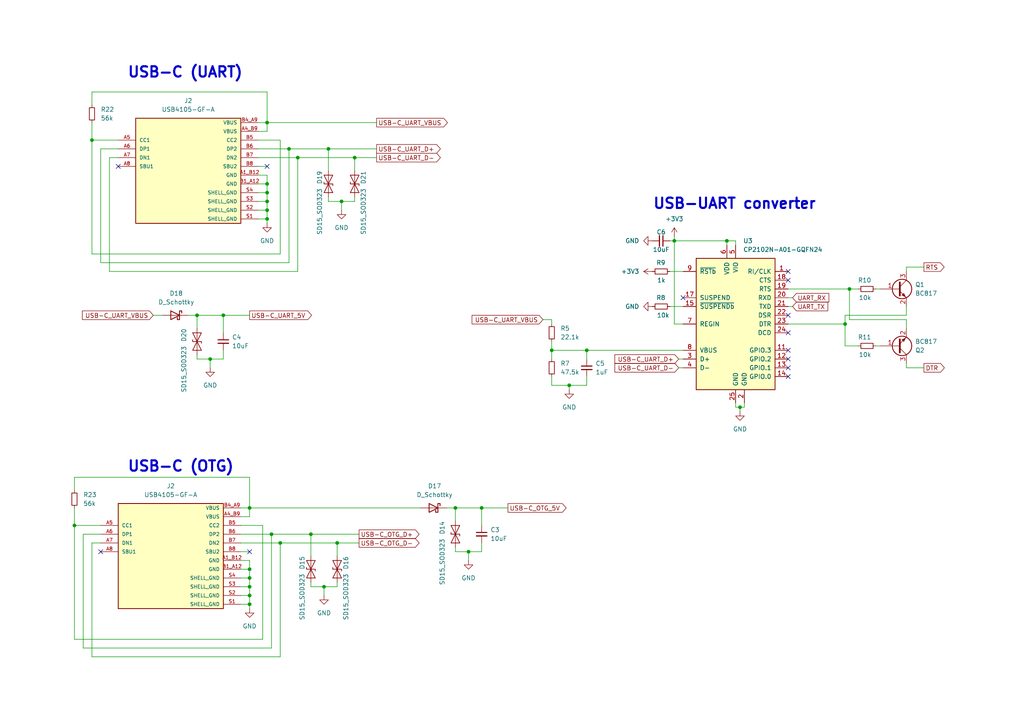
<source format=kicad_sch>
(kicad_sch (version 20230121) (generator eeschema)

  (uuid aba3ed99-6dff-43fc-8b41-e9fecf9229d6)

  (paper "A4")

  (title_block
    (title "Keypad board")
    (date "2023-11-15")
    (rev "1.1")
  )

  (lib_symbols
    (symbol "Diode:SD15_SOD323" (pin_numbers hide) (pin_names (offset 1.016) hide) (in_bom yes) (on_board yes)
      (property "Reference" "D" (at 0 2.54 0)
        (effects (font (size 1.27 1.27)))
      )
      (property "Value" "SD15_SOD323" (at 0 -2.54 0)
        (effects (font (size 1.27 1.27)))
      )
      (property "Footprint" "Diode_SMD:D_SOD-323" (at 0 -5.08 0)
        (effects (font (size 1.27 1.27)) hide)
      )
      (property "Datasheet" "https://www.littelfuse.com/~/media/electronics/datasheets/tvs_diode_arrays/littelfuse_tvs_diode_array_sd_c_datasheet.pdf.pdf" (at 0 0 0)
        (effects (font (size 1.27 1.27)) hide)
      )
      (property "ki_keywords" "transient voltage suppressor thyrector transil" (at 0 0 0)
        (effects (font (size 1.27 1.27)) hide)
      )
      (property "ki_description" "15V, 450W Discrete Bidirectional TVS Diode, SOD-323" (at 0 0 0)
        (effects (font (size 1.27 1.27)) hide)
      )
      (property "ki_fp_filters" "D?SOD?323*" (at 0 0 0)
        (effects (font (size 1.27 1.27)) hide)
      )
      (symbol "SD15_SOD323_0_1"
        (polyline
          (pts
            (xy 1.27 0)
            (xy -1.27 0)
          )
          (stroke (width 0) (type default))
          (fill (type none))
        )
        (polyline
          (pts
            (xy -2.54 -1.27)
            (xy 0 0)
            (xy -2.54 1.27)
            (xy -2.54 -1.27)
          )
          (stroke (width 0.2032) (type default))
          (fill (type none))
        )
        (polyline
          (pts
            (xy 0.508 1.27)
            (xy 0 1.27)
            (xy 0 -1.27)
            (xy -0.508 -1.27)
          )
          (stroke (width 0.2032) (type default))
          (fill (type none))
        )
        (polyline
          (pts
            (xy 2.54 1.27)
            (xy 2.54 -1.27)
            (xy 0 0)
            (xy 2.54 1.27)
          )
          (stroke (width 0.2032) (type default))
          (fill (type none))
        )
      )
      (symbol "SD15_SOD323_1_1"
        (pin passive line (at -3.81 0 0) (length 2.54)
          (name "A1" (effects (font (size 1.27 1.27))))
          (number "1" (effects (font (size 1.27 1.27))))
        )
        (pin passive line (at 3.81 0 180) (length 2.54)
          (name "A2" (effects (font (size 1.27 1.27))))
          (number "2" (effects (font (size 1.27 1.27))))
        )
      )
    )
    (symbol "PUTRocketLab_semiconductors:D_Schottky" (pin_numbers hide) (pin_names (offset 1.016) hide) (in_bom yes) (on_board yes)
      (property "Reference" "D" (at 0 2.54 0)
        (effects (font (size 1.27 1.27)))
      )
      (property "Value" "D_Schottky" (at 0 -2.54 0)
        (effects (font (size 1.27 1.27)))
      )
      (property "Footprint" "" (at 0 0 0)
        (effects (font (size 1.27 1.27)) hide)
      )
      (property "Datasheet" "~" (at 0 0 0)
        (effects (font (size 1.27 1.27)) hide)
      )
      (property "ki_keywords" "diode Schottky" (at 0 0 0)
        (effects (font (size 1.27 1.27)) hide)
      )
      (property "ki_description" "Schottky diode" (at 0 0 0)
        (effects (font (size 1.27 1.27)) hide)
      )
      (property "ki_fp_filters" "TO-???* *_Diode_* *SingleDiode* D_*" (at 0 0 0)
        (effects (font (size 1.27 1.27)) hide)
      )
      (symbol "D_Schottky_0_1"
        (polyline
          (pts
            (xy 1.27 0)
            (xy -1.27 0)
          )
          (stroke (width 0) (type default))
          (fill (type none))
        )
        (polyline
          (pts
            (xy 1.27 1.27)
            (xy 1.27 -1.27)
            (xy -1.27 0)
            (xy 1.27 1.27)
          )
          (stroke (width 0.254) (type default))
          (fill (type none))
        )
        (polyline
          (pts
            (xy -1.905 0.635)
            (xy -1.905 1.27)
            (xy -1.27 1.27)
            (xy -1.27 -1.27)
            (xy -0.635 -1.27)
            (xy -0.635 -0.635)
          )
          (stroke (width 0.254) (type default))
          (fill (type none))
        )
      )
      (symbol "D_Schottky_1_1"
        (pin passive line (at -3.81 0 0) (length 2.54)
          (name "K" (effects (font (size 1.27 1.27))))
          (number "1" (effects (font (size 1.27 1.27))))
        )
        (pin passive line (at 3.81 0 180) (length 2.54)
          (name "A" (effects (font (size 1.27 1.27))))
          (number "2" (effects (font (size 1.27 1.27))))
        )
      )
    )
    (symbol "PUTRocketLab_supply:+3.3V" (power) (pin_names (offset 0)) (in_bom yes) (on_board yes)
      (property "Reference" "#PWR" (at 0 -3.81 0)
        (effects (font (size 1.27 1.27)) hide)
      )
      (property "Value" "+3.3V" (at 0 3.556 0)
        (effects (font (size 1.27 1.27)))
      )
      (property "Footprint" "" (at 0 0 0)
        (effects (font (size 1.27 1.27)) hide)
      )
      (property "Datasheet" "" (at 0 0 0)
        (effects (font (size 1.27 1.27)) hide)
      )
      (property "ki_keywords" "power-flag" (at 0 0 0)
        (effects (font (size 1.27 1.27)) hide)
      )
      (property "ki_description" "Power symbol creates a global label with name \"+3.3V\"" (at 0 0 0)
        (effects (font (size 1.27 1.27)) hide)
      )
      (symbol "+3.3V_0_1"
        (polyline
          (pts
            (xy -0.762 1.27)
            (xy 0 2.54)
          )
          (stroke (width 0) (type default))
          (fill (type none))
        )
        (polyline
          (pts
            (xy 0 0)
            (xy 0 2.54)
          )
          (stroke (width 0) (type default))
          (fill (type none))
        )
        (polyline
          (pts
            (xy 0 2.54)
            (xy 0.762 1.27)
          )
          (stroke (width 0) (type default))
          (fill (type none))
        )
      )
      (symbol "+3.3V_1_1"
        (pin power_in line (at 0 0 90) (length 0) hide
          (name "+3V3" (effects (font (size 1.27 1.27))))
          (number "1" (effects (font (size 1.27 1.27))))
        )
      )
    )
    (symbol "PUT_RocketLab_IC:CP2102N-A01-GQFN24" (pin_names (offset 1.016)) (in_bom yes) (on_board yes)
      (property "Reference" "U" (at -5.08 22.225 0)
        (effects (font (size 1.27 1.27)) (justify right))
      )
      (property "Value" "CP2102N-A01-GQFN24" (at -5.08 20.32 0)
        (effects (font (size 1.27 1.27)) (justify right))
      )
      (property "Footprint" "Package_DFN_QFN:QFN-24-1EP_4x4mm_P0.5mm_EP2.6x2.6mm" (at 11.43 -20.32 0)
        (effects (font (size 1.27 1.27)) (justify left) hide)
      )
      (property "Datasheet" "https://www.silabs.com/documents/public/data-sheets/cp2102n-datasheet.pdf" (at 1.27 -26.67 0)
        (effects (font (size 1.27 1.27)) hide)
      )
      (property "ki_keywords" "USB UART bridge" (at 0 0 0)
        (effects (font (size 1.27 1.27)) hide)
      )
      (property "ki_description" "USB to UART master bridge, QFN-24" (at 0 0 0)
        (effects (font (size 1.27 1.27)) hide)
      )
      (property "ki_fp_filters" "QFN*4x4mm*P0.5mm*" (at 0 0 0)
        (effects (font (size 1.27 1.27)) hide)
      )
      (symbol "CP2102N-A01-GQFN24_0_1"
        (rectangle (start -11.43 19.05) (end 11.43 -19.05)
          (stroke (width 0.254) (type default))
          (fill (type background))
        )
      )
      (symbol "CP2102N-A01-GQFN24_1_1"
        (pin bidirectional line (at 15.24 15.24 180) (length 3.81)
          (name "RI/CLK" (effects (font (size 1.27 1.27))))
          (number "1" (effects (font (size 1.27 1.27))))
        )
        (pin no_connect line (at 10.16 -22.86 90) (length 3.81) hide
          (name "NC" (effects (font (size 1.27 1.27))))
          (number "10" (effects (font (size 1.27 1.27))))
        )
        (pin bidirectional line (at 15.24 -7.62 180) (length 3.81)
          (name "GPIO.3" (effects (font (size 1.27 1.27))))
          (number "11" (effects (font (size 1.27 1.27))))
        )
        (pin bidirectional line (at 15.24 -10.16 180) (length 3.81)
          (name "GPIO.2" (effects (font (size 1.27 1.27))))
          (number "12" (effects (font (size 1.27 1.27))))
        )
        (pin bidirectional line (at 15.24 -12.7 180) (length 3.81)
          (name "GPIO.1" (effects (font (size 1.27 1.27))))
          (number "13" (effects (font (size 1.27 1.27))))
        )
        (pin bidirectional line (at 15.24 -15.24 180) (length 3.81)
          (name "GPIO.0" (effects (font (size 1.27 1.27))))
          (number "14" (effects (font (size 1.27 1.27))))
        )
        (pin output line (at -15.24 5.08 0) (length 3.81)
          (name "~{SUSPENDb}" (effects (font (size 1.27 1.27))))
          (number "15" (effects (font (size 1.27 1.27))))
        )
        (pin no_connect line (at 7.62 -22.86 90) (length 3.81) hide
          (name "NC" (effects (font (size 1.27 1.27))))
          (number "16" (effects (font (size 1.27 1.27))))
        )
        (pin output line (at -15.24 7.62 0) (length 3.81)
          (name "SUSPEND" (effects (font (size 1.27 1.27))))
          (number "17" (effects (font (size 1.27 1.27))))
        )
        (pin input line (at 15.24 12.7 180) (length 3.81)
          (name "CTS" (effects (font (size 1.27 1.27))))
          (number "18" (effects (font (size 1.27 1.27))))
        )
        (pin output line (at 15.24 10.16 180) (length 3.81)
          (name "RTS" (effects (font (size 1.27 1.27))))
          (number "19" (effects (font (size 1.27 1.27))))
        )
        (pin power_in line (at 2.54 -22.86 90) (length 3.81)
          (name "GND" (effects (font (size 1.27 1.27))))
          (number "2" (effects (font (size 1.27 1.27))))
        )
        (pin input line (at 15.24 7.62 180) (length 3.81)
          (name "RXD" (effects (font (size 1.27 1.27))))
          (number "20" (effects (font (size 1.27 1.27))))
        )
        (pin output line (at 15.24 5.08 180) (length 3.81)
          (name "TXD" (effects (font (size 1.27 1.27))))
          (number "21" (effects (font (size 1.27 1.27))))
        )
        (pin input line (at 15.24 2.54 180) (length 3.81)
          (name "DSR" (effects (font (size 1.27 1.27))))
          (number "22" (effects (font (size 1.27 1.27))))
        )
        (pin output line (at 15.24 0 180) (length 3.81)
          (name "DTR" (effects (font (size 1.27 1.27))))
          (number "23" (effects (font (size 1.27 1.27))))
        )
        (pin input line (at 15.24 -2.54 180) (length 3.81)
          (name "DCD" (effects (font (size 1.27 1.27))))
          (number "24" (effects (font (size 1.27 1.27))))
        )
        (pin power_in line (at 0 -22.86 90) (length 3.81)
          (name "GND" (effects (font (size 1.27 1.27))))
          (number "25" (effects (font (size 1.27 1.27))))
        )
        (pin bidirectional line (at -15.24 -10.16 0) (length 3.81)
          (name "D+" (effects (font (size 1.27 1.27))))
          (number "3" (effects (font (size 1.27 1.27))))
        )
        (pin bidirectional line (at -15.24 -12.7 0) (length 3.81)
          (name "D-" (effects (font (size 1.27 1.27))))
          (number "4" (effects (font (size 1.27 1.27))))
        )
        (pin power_in line (at 0 22.86 270) (length 3.81)
          (name "VIO" (effects (font (size 1.27 1.27))))
          (number "5" (effects (font (size 1.27 1.27))))
        )
        (pin power_in line (at -2.54 22.86 270) (length 3.81)
          (name "VDD" (effects (font (size 1.27 1.27))))
          (number "6" (effects (font (size 1.27 1.27))))
        )
        (pin power_in line (at -15.24 0 0) (length 3.81)
          (name "REGIN" (effects (font (size 1.27 1.27))))
          (number "7" (effects (font (size 1.27 1.27))))
        )
        (pin input line (at -15.24 -7.62 0) (length 3.81)
          (name "VBUS" (effects (font (size 1.27 1.27))))
          (number "8" (effects (font (size 1.27 1.27))))
        )
        (pin input line (at -15.24 15.24 0) (length 3.81)
          (name "~{RSTb}" (effects (font (size 1.27 1.27))))
          (number "9" (effects (font (size 1.27 1.27))))
        )
      )
    )
    (symbol "PUT_RocketLab_connectors:USB4105-GF-A" (pin_names (offset 1.016)) (in_bom yes) (on_board yes)
      (property "Reference" "J3" (at 0 15.24 0)
        (effects (font (size 1.27 1.27)))
      )
      (property "Value" "USB4105-GF-A" (at 0 12.7 0)
        (effects (font (size 1.27 1.27)))
      )
      (property "Footprint" "PUTRocketLab_other:GCT_USB4105-GF-A" (at 0 0 0)
        (effects (font (size 1.27 1.27)) (justify left bottom) hide)
      )
      (property "Datasheet" "" (at 0 0 0)
        (effects (font (size 1.27 1.27)) (justify left bottom) hide)
      )
      (property "MAXIMUM_PACKAGE_HEIGHT" "3.31 mm" (at 0 0 0)
        (effects (font (size 1.27 1.27)) (justify left bottom) hide)
      )
      (property "MANUFACTURER" "GCT" (at 0 0 0)
        (effects (font (size 1.27 1.27)) (justify left bottom) hide)
      )
      (property "PARTREV" "A3" (at 0 0 0)
        (effects (font (size 1.27 1.27)) (justify left bottom) hide)
      )
      (property "STANDARD" "Manufacturer Recommendations" (at 0 0 0)
        (effects (font (size 1.27 1.27)) (justify left bottom) hide)
      )
      (property "ki_locked" "" (at 0 0 0)
        (effects (font (size 1.27 1.27)))
      )
      (symbol "USB4105-GF-A_0_0"
        (rectangle (start -15.24 11.43) (end 15.24 -19.05)
          (stroke (width 0.254) (type default))
          (fill (type background))
        )
        (pin power_in line (at 20.32 -5.08 180) (length 5.08)
          (name "GND" (effects (font (size 1.016 1.016))))
          (number "A1_B12" (effects (font (size 1.016 1.016))))
        )
        (pin power_in line (at 20.32 7.62 180) (length 5.08)
          (name "VBUS" (effects (font (size 1.016 1.016))))
          (number "A4_B9" (effects (font (size 1.016 1.016))))
        )
        (pin bidirectional line (at -20.32 5.08 0) (length 5.08)
          (name "CC1" (effects (font (size 1.016 1.016))))
          (number "A5" (effects (font (size 1.016 1.016))))
        )
        (pin bidirectional line (at -20.32 2.54 0) (length 5.08)
          (name "DP1" (effects (font (size 1.016 1.016))))
          (number "A6" (effects (font (size 1.016 1.016))))
        )
        (pin bidirectional line (at -20.32 0 0) (length 5.08)
          (name "DN1" (effects (font (size 1.016 1.016))))
          (number "A7" (effects (font (size 1.016 1.016))))
        )
        (pin bidirectional line (at -20.32 -2.54 0) (length 5.08)
          (name "SBU1" (effects (font (size 1.016 1.016))))
          (number "A8" (effects (font (size 1.016 1.016))))
        )
        (pin power_in line (at 20.32 -7.62 180) (length 5.08)
          (name "GND" (effects (font (size 1.016 1.016))))
          (number "B1_A12" (effects (font (size 1.016 1.016))))
        )
        (pin power_in line (at 20.32 10.16 180) (length 5.08)
          (name "VBUS" (effects (font (size 1.016 1.016))))
          (number "B4_A9" (effects (font (size 1.016 1.016))))
        )
        (pin bidirectional line (at 20.32 5.08 180) (length 5.08)
          (name "CC2" (effects (font (size 1.016 1.016))))
          (number "B5" (effects (font (size 1.016 1.016))))
        )
        (pin bidirectional line (at 20.32 2.54 180) (length 5.08)
          (name "DP2" (effects (font (size 1.016 1.016))))
          (number "B6" (effects (font (size 1.016 1.016))))
        )
        (pin bidirectional line (at 20.32 0 180) (length 5.08)
          (name "DN2" (effects (font (size 1.016 1.016))))
          (number "B7" (effects (font (size 1.016 1.016))))
        )
        (pin bidirectional line (at 20.32 -2.54 180) (length 5.08)
          (name "SBU2" (effects (font (size 1.016 1.016))))
          (number "B8" (effects (font (size 1.016 1.016))))
        )
        (pin power_in line (at 20.32 -17.78 180) (length 5.08)
          (name "SHELL_GND" (effects (font (size 1.016 1.016))))
          (number "S1" (effects (font (size 1.016 1.016))))
        )
        (pin power_in line (at 20.32 -15.24 180) (length 5.08)
          (name "SHELL_GND" (effects (font (size 1.016 1.016))))
          (number "S2" (effects (font (size 1.016 1.016))))
        )
        (pin power_in line (at 20.32 -12.7 180) (length 5.08)
          (name "SHELL_GND" (effects (font (size 1.016 1.016))))
          (number "S3" (effects (font (size 1.016 1.016))))
        )
        (pin power_in line (at 20.32 -10.16 180) (length 5.08)
          (name "SHELL_GND" (effects (font (size 1.016 1.016))))
          (number "S4" (effects (font (size 1.016 1.016))))
        )
      )
    )
    (symbol "PUT_RocketLab_power:GND" (power) (pin_names (offset 0)) (in_bom yes) (on_board yes)
      (property "Reference" "#PWR" (at 0 -6.35 0)
        (effects (font (size 1.27 1.27)) hide)
      )
      (property "Value" "GND" (at 0 -3.81 0)
        (effects (font (size 1.27 1.27)))
      )
      (property "Footprint" "" (at 0 0 0)
        (effects (font (size 1.27 1.27)) hide)
      )
      (property "Datasheet" "" (at 0 0 0)
        (effects (font (size 1.27 1.27)) hide)
      )
      (property "ki_keywords" "power-flag" (at 0 0 0)
        (effects (font (size 1.27 1.27)) hide)
      )
      (property "ki_description" "Power symbol creates a global label with name \"GND\" , ground" (at 0 0 0)
        (effects (font (size 1.27 1.27)) hide)
      )
      (symbol "GND_0_1"
        (polyline
          (pts
            (xy 0 0)
            (xy 0 -1.27)
            (xy 1.27 -1.27)
            (xy 0 -2.54)
            (xy -1.27 -1.27)
            (xy 0 -1.27)
          )
          (stroke (width 0) (type default))
          (fill (type none))
        )
      )
      (symbol "GND_1_1"
        (pin power_in line (at 0 0 270) (length 0) hide
          (name "GND" (effects (font (size 1.27 1.27))))
          (number "1" (effects (font (size 1.27 1.27))))
        )
      )
    )
    (symbol "PutRocketLab_RCL:C_Small" (pin_numbers hide) (pin_names (offset 0.254) hide) (in_bom yes) (on_board yes)
      (property "Reference" "C" (at 0.254 1.778 0)
        (effects (font (size 1.27 1.27)) (justify left))
      )
      (property "Value" "C_Small" (at 0.254 -2.032 0)
        (effects (font (size 1.27 1.27)) (justify left))
      )
      (property "Footprint" "" (at 0 0 0)
        (effects (font (size 1.27 1.27)) hide)
      )
      (property "Datasheet" "~" (at 0 0 0)
        (effects (font (size 1.27 1.27)) hide)
      )
      (property "ki_keywords" "capacitor cap" (at 0 0 0)
        (effects (font (size 1.27 1.27)) hide)
      )
      (property "ki_description" "Unpolarized capacitor, small symbol" (at 0 0 0)
        (effects (font (size 1.27 1.27)) hide)
      )
      (property "ki_fp_filters" "C_*" (at 0 0 0)
        (effects (font (size 1.27 1.27)) hide)
      )
      (symbol "C_Small_0_1"
        (polyline
          (pts
            (xy -1.524 -0.508)
            (xy 1.524 -0.508)
          )
          (stroke (width 0.3302) (type default))
          (fill (type none))
        )
        (polyline
          (pts
            (xy -1.524 0.508)
            (xy 1.524 0.508)
          )
          (stroke (width 0.3048) (type default))
          (fill (type none))
        )
      )
      (symbol "C_Small_1_1"
        (pin passive line (at 0 2.54 270) (length 2.032)
          (name "~" (effects (font (size 1.27 1.27))))
          (number "1" (effects (font (size 1.27 1.27))))
        )
        (pin passive line (at 0 -2.54 90) (length 2.032)
          (name "~" (effects (font (size 1.27 1.27))))
          (number "2" (effects (font (size 1.27 1.27))))
        )
      )
    )
    (symbol "PutRocketLab_RCL:R_Small" (pin_numbers hide) (pin_names (offset 0.254) hide) (in_bom yes) (on_board yes)
      (property "Reference" "R" (at 0.762 0.508 0)
        (effects (font (size 1.27 1.27)) (justify left))
      )
      (property "Value" "R_Small" (at 0.762 -1.016 0)
        (effects (font (size 1.27 1.27)) (justify left))
      )
      (property "Footprint" "" (at 0 0 0)
        (effects (font (size 1.27 1.27)) hide)
      )
      (property "Datasheet" "~" (at 0 0 0)
        (effects (font (size 1.27 1.27)) hide)
      )
      (property "ki_keywords" "R resistor" (at 0 0 0)
        (effects (font (size 1.27 1.27)) hide)
      )
      (property "ki_description" "Resistor, small symbol" (at 0 0 0)
        (effects (font (size 1.27 1.27)) hide)
      )
      (property "ki_fp_filters" "R_*" (at 0 0 0)
        (effects (font (size 1.27 1.27)) hide)
      )
      (symbol "R_Small_0_1"
        (rectangle (start -0.762 1.778) (end 0.762 -1.778)
          (stroke (width 0.2032) (type default))
          (fill (type none))
        )
      )
      (symbol "R_Small_1_1"
        (pin passive line (at 0 2.54 270) (length 0.762)
          (name "~" (effects (font (size 1.27 1.27))))
          (number "1" (effects (font (size 1.27 1.27))))
        )
        (pin passive line (at 0 -2.54 90) (length 0.762)
          (name "~" (effects (font (size 1.27 1.27))))
          (number "2" (effects (font (size 1.27 1.27))))
        )
      )
    )
    (symbol "Transistor_BJT:BC817" (pin_names (offset 0) hide) (in_bom yes) (on_board yes)
      (property "Reference" "Q" (at 5.08 1.905 0)
        (effects (font (size 1.27 1.27)) (justify left))
      )
      (property "Value" "BC817" (at 5.08 0 0)
        (effects (font (size 1.27 1.27)) (justify left))
      )
      (property "Footprint" "Package_TO_SOT_SMD:SOT-23" (at 5.08 -1.905 0)
        (effects (font (size 1.27 1.27) italic) (justify left) hide)
      )
      (property "Datasheet" "https://www.onsemi.com/pub/Collateral/BC818-D.pdf" (at 0 0 0)
        (effects (font (size 1.27 1.27)) (justify left) hide)
      )
      (property "ki_keywords" "NPN Transistor" (at 0 0 0)
        (effects (font (size 1.27 1.27)) hide)
      )
      (property "ki_description" "0.8A Ic, 45V Vce, NPN Transistor, SOT-23" (at 0 0 0)
        (effects (font (size 1.27 1.27)) hide)
      )
      (property "ki_fp_filters" "SOT?23*" (at 0 0 0)
        (effects (font (size 1.27 1.27)) hide)
      )
      (symbol "BC817_0_1"
        (polyline
          (pts
            (xy 0.635 0.635)
            (xy 2.54 2.54)
          )
          (stroke (width 0) (type default))
          (fill (type none))
        )
        (polyline
          (pts
            (xy 0.635 -0.635)
            (xy 2.54 -2.54)
            (xy 2.54 -2.54)
          )
          (stroke (width 0) (type default))
          (fill (type none))
        )
        (polyline
          (pts
            (xy 0.635 1.905)
            (xy 0.635 -1.905)
            (xy 0.635 -1.905)
          )
          (stroke (width 0.508) (type default))
          (fill (type none))
        )
        (polyline
          (pts
            (xy 1.27 -1.778)
            (xy 1.778 -1.27)
            (xy 2.286 -2.286)
            (xy 1.27 -1.778)
            (xy 1.27 -1.778)
          )
          (stroke (width 0) (type default))
          (fill (type outline))
        )
        (circle (center 1.27 0) (radius 2.8194)
          (stroke (width 0.254) (type default))
          (fill (type none))
        )
      )
      (symbol "BC817_1_1"
        (pin input line (at -5.08 0 0) (length 5.715)
          (name "B" (effects (font (size 1.27 1.27))))
          (number "1" (effects (font (size 1.27 1.27))))
        )
        (pin passive line (at 2.54 -5.08 90) (length 2.54)
          (name "E" (effects (font (size 1.27 1.27))))
          (number "2" (effects (font (size 1.27 1.27))))
        )
        (pin passive line (at 2.54 5.08 270) (length 2.54)
          (name "C" (effects (font (size 1.27 1.27))))
          (number "3" (effects (font (size 1.27 1.27))))
        )
      )
    )
  )

  (junction (at 214.63 118.11) (diameter 0) (color 0 0 0 0)
    (uuid 0b784a8d-d98a-45ee-b060-aa4c77fee184)
  )
  (junction (at 60.96 104.14) (diameter 0) (color 0 0 0 0)
    (uuid 0be08f72-4100-490f-b5e3-9c0d82652dff)
  )
  (junction (at 26.67 40.64) (diameter 0) (color 0 0 0 0)
    (uuid 20505376-dbc1-4c62-a635-8d7704603d18)
  )
  (junction (at 57.15 91.44) (diameter 0) (color 0 0 0 0)
    (uuid 25a60b62-dda4-4bab-86c4-1bcce023a069)
  )
  (junction (at 99.06 58.42) (diameter 0) (color 0 0 0 0)
    (uuid 25e59688-085b-4638-b4b2-1dca4f78c44b)
  )
  (junction (at 93.98 170.18) (diameter 0) (color 0 0 0 0)
    (uuid 2f7d865b-a5a7-4032-9f28-601104b38bda)
  )
  (junction (at 77.47 55.88) (diameter 0) (color 0 0 0 0)
    (uuid 2ff3ebe8-6c54-4339-8361-0773669d2dab)
  )
  (junction (at 90.17 154.94) (diameter 0) (color 0 0 0 0)
    (uuid 33a9bb31-76df-4428-bba3-04763bd1a1b0)
  )
  (junction (at 139.7 147.32) (diameter 0) (color 0 0 0 0)
    (uuid 3ac8dd5d-cd72-4f0b-8117-f1cc6fea07c8)
  )
  (junction (at 81.28 157.48) (diameter 0) (color 0 0 0 0)
    (uuid 3f46e6c6-d971-4027-a6d1-c9d853a076c8)
  )
  (junction (at 132.08 147.32) (diameter 0) (color 0 0 0 0)
    (uuid 41e0b8cf-0f09-4caa-bcdc-26cc20956c45)
  )
  (junction (at 245.11 93.98) (diameter 0) (color 0 0 0 0)
    (uuid 538d4938-a1fa-4ef0-825a-d39e512f3dc3)
  )
  (junction (at 210.82 69.85) (diameter 0) (color 0 0 0 0)
    (uuid 6023b658-d68c-49a0-b8e2-1bedd5d550c0)
  )
  (junction (at 170.18 101.6) (diameter 0) (color 0 0 0 0)
    (uuid 6b309dc9-1a36-44f1-ac8e-6a44d9343c73)
  )
  (junction (at 135.89 160.02) (diameter 0) (color 0 0 0 0)
    (uuid 6b84fc79-9b35-4c18-b8ae-1925555a0bfa)
  )
  (junction (at 160.02 101.6) (diameter 0) (color 0 0 0 0)
    (uuid 6d50892e-f477-49d7-bd59-cd35c07cbf4f)
  )
  (junction (at 165.1 111.76) (diameter 0) (color 0 0 0 0)
    (uuid 6f7facdd-c2d9-44f6-b507-57df1429889e)
  )
  (junction (at 78.74 154.94) (diameter 0) (color 0 0 0 0)
    (uuid 78d0aa81-79ca-4071-8e0b-6c38075feb16)
  )
  (junction (at 77.47 53.34) (diameter 0) (color 0 0 0 0)
    (uuid 7a5527a5-e470-4fe8-a7a8-7c9d10871787)
  )
  (junction (at 72.39 170.18) (diameter 0) (color 0 0 0 0)
    (uuid 7d38f8f6-a66c-479f-9ae7-f3cca019faa2)
  )
  (junction (at 72.39 147.32) (diameter 0) (color 0 0 0 0)
    (uuid 80dffc71-fa3a-462e-81a3-a96c1f31400a)
  )
  (junction (at 77.47 35.56) (diameter 0) (color 0 0 0 0)
    (uuid 821941b7-4037-4ae0-9b7e-14aa99a73f38)
  )
  (junction (at 195.58 69.85) (diameter 0) (color 0 0 0 0)
    (uuid 92b2c76a-e3c8-4c09-a198-b29e691ffb6f)
  )
  (junction (at 72.39 175.26) (diameter 0) (color 0 0 0 0)
    (uuid 98fb7f4c-82e1-4fa0-a269-97cbdc6d9cca)
  )
  (junction (at 72.39 167.64) (diameter 0) (color 0 0 0 0)
    (uuid b423f6b7-aee6-43af-a825-24aacf0091a7)
  )
  (junction (at 21.59 152.4) (diameter 0) (color 0 0 0 0)
    (uuid bd1d890e-2a9b-494a-b1c1-103ac9f801d6)
  )
  (junction (at 77.47 63.5) (diameter 0) (color 0 0 0 0)
    (uuid c1288afc-c9d3-47e2-a56c-b08c1cb04431)
  )
  (junction (at 64.77 91.44) (diameter 0) (color 0 0 0 0)
    (uuid dd788006-4181-4509-b589-66c2a81c4d32)
  )
  (junction (at 72.39 172.72) (diameter 0) (color 0 0 0 0)
    (uuid e0cd382a-630e-4463-89e3-e0287d32617c)
  )
  (junction (at 77.47 58.42) (diameter 0) (color 0 0 0 0)
    (uuid e1ab6e38-b30f-4830-b47e-78440e773ee6)
  )
  (junction (at 102.87 45.72) (diameter 0) (color 0 0 0 0)
    (uuid e2725c18-106c-41f2-8d26-88b24d7fe7ca)
  )
  (junction (at 77.47 60.96) (diameter 0) (color 0 0 0 0)
    (uuid e29d9d36-cf41-4872-b0bd-ffcd710bfdc1)
  )
  (junction (at 246.38 83.82) (diameter 0) (color 0 0 0 0)
    (uuid ebf6f255-a7e4-4aa6-8775-05e31ebd4095)
  )
  (junction (at 97.79 157.48) (diameter 0) (color 0 0 0 0)
    (uuid ec30a875-9661-44e8-ac1f-d7516417b170)
  )
  (junction (at 83.82 43.18) (diameter 0) (color 0 0 0 0)
    (uuid ee724feb-2f97-447f-9c7c-a09e415df0c0)
  )
  (junction (at 86.36 45.72) (diameter 0) (color 0 0 0 0)
    (uuid fa6fe967-fae4-4026-8543-d151b87b1db3)
  )
  (junction (at 72.39 165.1) (diameter 0) (color 0 0 0 0)
    (uuid fc50a703-fa92-4a1c-a4ca-2478b9e63381)
  )
  (junction (at 95.25 43.18) (diameter 0) (color 0 0 0 0)
    (uuid ff21c828-8fed-46e1-b1eb-642c3c534545)
  )

  (no_connect (at 77.47 48.26) (uuid 064a2bc2-5af6-4714-8ba4-f22d8ebe6b1d))
  (no_connect (at 228.6 104.14) (uuid 20ef8951-20a6-496d-9886-dacbdbeaeb20))
  (no_connect (at 34.29 48.26) (uuid 2d1b1724-bff1-4d7f-8dda-f18c769b2918))
  (no_connect (at 228.6 96.52) (uuid 4bf31d50-c119-4b4d-b13a-fa86b1e34732))
  (no_connect (at 29.21 160.02) (uuid 58b24d9c-f1f9-487f-83db-7385e6bdd03c))
  (no_connect (at 228.6 91.44) (uuid 6afde692-af5c-4ba1-9684-f3a24e23bf20))
  (no_connect (at 228.6 106.68) (uuid 6b292a4b-e75d-4857-9d06-49aee1e0fac6))
  (no_connect (at 198.12 86.36) (uuid 8128f023-36d9-4aca-81d1-559fda2f0777))
  (no_connect (at 72.39 160.02) (uuid 9ce4dd78-9d13-4c89-ad9a-b7c361d429b6))
  (no_connect (at 228.6 101.6) (uuid 9f5f953e-1929-46f0-8599-b257688de33e))
  (no_connect (at 228.6 81.28) (uuid aa7ba644-98a5-4415-ba4f-22bc5da370df))
  (no_connect (at 228.6 78.74) (uuid cfd70e87-e036-48a4-ac36-5153a0a7a423))
  (no_connect (at 228.6 109.22) (uuid e5b731e9-5329-4358-b5ea-2240356c5d68))

  (wire (pts (xy 86.36 45.72) (xy 102.87 45.72))
    (stroke (width 0) (type default))
    (uuid 0486a539-976c-421a-88aa-b3ca8914f905)
  )
  (wire (pts (xy 194.31 69.85) (xy 195.58 69.85))
    (stroke (width 0) (type default))
    (uuid 085275d2-4fec-4bcd-ad27-dc0c0a29c466)
  )
  (wire (pts (xy 54.61 91.44) (xy 57.15 91.44))
    (stroke (width 0) (type default))
    (uuid 0895113f-e4cc-40c9-ad1c-f178c40b8d57)
  )
  (wire (pts (xy 69.85 154.94) (xy 78.74 154.94))
    (stroke (width 0) (type default))
    (uuid 08a7726b-072a-40fc-859d-abbbc6ec29a1)
  )
  (wire (pts (xy 97.79 157.48) (xy 104.14 157.48))
    (stroke (width 0) (type default))
    (uuid 08fa124d-c3f5-40f5-8384-b0e8a34a7aed)
  )
  (wire (pts (xy 90.17 170.18) (xy 93.98 170.18))
    (stroke (width 0) (type default))
    (uuid 0ae1b436-c15c-45f0-a4fb-8f4a9df808d0)
  )
  (wire (pts (xy 214.63 118.11) (xy 215.9 118.11))
    (stroke (width 0) (type default))
    (uuid 0f4e0907-f246-4e83-804e-3350a3ed1913)
  )
  (wire (pts (xy 95.25 43.18) (xy 83.82 43.18))
    (stroke (width 0) (type default))
    (uuid 11809391-7f33-47c5-a835-45108047e9bf)
  )
  (wire (pts (xy 195.58 69.85) (xy 210.82 69.85))
    (stroke (width 0) (type default))
    (uuid 129be6e0-fc80-454d-954f-3a8a177e87de)
  )
  (wire (pts (xy 195.58 93.98) (xy 195.58 69.85))
    (stroke (width 0) (type default))
    (uuid 1362d713-3a95-44b1-a5be-62beed18b9c7)
  )
  (wire (pts (xy 86.36 78.74) (xy 31.75 78.74))
    (stroke (width 0) (type default))
    (uuid 1438944a-738a-4cdd-a93d-5e44b634b911)
  )
  (wire (pts (xy 60.96 104.14) (xy 60.96 106.68))
    (stroke (width 0) (type default))
    (uuid 17813ec3-438a-4916-b27b-abe7690d4fe3)
  )
  (wire (pts (xy 34.29 40.64) (xy 26.67 40.64))
    (stroke (width 0) (type default))
    (uuid 1aa0e02a-9fb6-47ad-a342-0d81150876a0)
  )
  (wire (pts (xy 215.9 118.11) (xy 215.9 116.84))
    (stroke (width 0) (type default))
    (uuid 1cb63e6e-d9f1-464b-8f3a-82f1e1af613e)
  )
  (wire (pts (xy 102.87 45.72) (xy 109.22 45.72))
    (stroke (width 0) (type default))
    (uuid 1f44c6ab-f39d-4091-80cf-b4f2d5802633)
  )
  (wire (pts (xy 95.25 49.53) (xy 95.25 43.18))
    (stroke (width 0) (type default))
    (uuid 262e5a8c-e16c-41e7-aa0c-5c594892f395)
  )
  (wire (pts (xy 99.06 60.96) (xy 99.06 58.42))
    (stroke (width 0) (type default))
    (uuid 26409bc0-ffea-41a6-bcd7-5670a0dc304f)
  )
  (wire (pts (xy 165.1 111.76) (xy 160.02 111.76))
    (stroke (width 0) (type default))
    (uuid 289a0785-884c-4cea-af25-811bfc02c55d)
  )
  (wire (pts (xy 64.77 91.44) (xy 64.77 96.52))
    (stroke (width 0) (type default))
    (uuid 2b018a0c-132c-4871-b662-c562f72457e8)
  )
  (wire (pts (xy 72.39 170.18) (xy 72.39 167.64))
    (stroke (width 0) (type default))
    (uuid 2c1e03cf-f2f6-422a-866e-b728a1cc5f2f)
  )
  (wire (pts (xy 139.7 147.32) (xy 139.7 152.4))
    (stroke (width 0) (type default))
    (uuid 2ca0224d-f915-4d2d-93ec-2463c23691b7)
  )
  (wire (pts (xy 74.93 58.42) (xy 77.47 58.42))
    (stroke (width 0) (type default))
    (uuid 2ce757f4-d329-4694-bd58-8c366f392835)
  )
  (wire (pts (xy 132.08 160.02) (xy 132.08 158.75))
    (stroke (width 0) (type default))
    (uuid 2d4f9e35-5d0b-4d7e-8c00-ad1d5c15c943)
  )
  (wire (pts (xy 129.54 147.32) (xy 132.08 147.32))
    (stroke (width 0) (type default))
    (uuid 2d5da38f-63fb-4d56-a44f-221aae806184)
  )
  (wire (pts (xy 74.93 53.34) (xy 77.47 53.34))
    (stroke (width 0) (type default))
    (uuid 2f21101a-5b8a-4ddb-a09b-f0671c9829fd)
  )
  (wire (pts (xy 77.47 35.56) (xy 77.47 38.1))
    (stroke (width 0) (type default))
    (uuid 30fc8c22-610f-4ba9-a316-abe3feb3d824)
  )
  (wire (pts (xy 262.89 106.68) (xy 262.89 105.41))
    (stroke (width 0) (type default))
    (uuid 33594851-6ed3-40a6-981c-d8a72dce1b4c)
  )
  (wire (pts (xy 72.39 167.64) (xy 72.39 165.1))
    (stroke (width 0) (type default))
    (uuid 337209c3-0287-49f4-88e5-627910e1410a)
  )
  (wire (pts (xy 90.17 168.91) (xy 90.17 170.18))
    (stroke (width 0) (type default))
    (uuid 346ff346-f222-4f44-8a69-5bee113d05ae)
  )
  (wire (pts (xy 262.89 91.44) (xy 245.11 91.44))
    (stroke (width 0) (type default))
    (uuid 391ada09-3aa6-4f86-899f-7257e542f199)
  )
  (wire (pts (xy 78.74 187.96) (xy 78.74 154.94))
    (stroke (width 0) (type default))
    (uuid 3aee8421-21fe-45c9-a7c7-16e942450a90)
  )
  (wire (pts (xy 132.08 147.32) (xy 139.7 147.32))
    (stroke (width 0) (type default))
    (uuid 3b69792d-7be8-4b8b-a9ff-cb3197d77b7b)
  )
  (wire (pts (xy 81.28 157.48) (xy 97.79 157.48))
    (stroke (width 0) (type default))
    (uuid 3be89a91-c48c-4d6a-a87f-f37fd9bb229f)
  )
  (wire (pts (xy 77.47 53.34) (xy 77.47 50.8))
    (stroke (width 0) (type default))
    (uuid 3cc9c4b1-6fdb-4f76-9157-9065cc81ed52)
  )
  (wire (pts (xy 160.02 99.06) (xy 160.02 101.6))
    (stroke (width 0) (type default))
    (uuid 3de1d655-dd59-4bb0-8ad4-9a889407d628)
  )
  (wire (pts (xy 262.89 88.9) (xy 262.89 91.44))
    (stroke (width 0) (type default))
    (uuid 40037423-742b-4b7b-8d0f-e859caa1343a)
  )
  (wire (pts (xy 74.93 43.18) (xy 83.82 43.18))
    (stroke (width 0) (type default))
    (uuid 40330c7e-454e-479d-969a-da88c569905d)
  )
  (wire (pts (xy 57.15 104.14) (xy 57.15 102.87))
    (stroke (width 0) (type default))
    (uuid 40931f97-99ac-4646-86a9-fa2656c06e6b)
  )
  (wire (pts (xy 72.39 175.26) (xy 72.39 172.72))
    (stroke (width 0) (type default))
    (uuid 4216d3a4-d13e-41e4-ac89-2901f402802d)
  )
  (wire (pts (xy 229.87 88.9) (xy 228.6 88.9))
    (stroke (width 0) (type default))
    (uuid 46e4f484-d9d4-41f8-b2f3-0f7201d50143)
  )
  (wire (pts (xy 90.17 154.94) (xy 78.74 154.94))
    (stroke (width 0) (type default))
    (uuid 47097a04-5a66-468d-bcdf-626c3ada372d)
  )
  (wire (pts (xy 21.59 152.4) (xy 21.59 185.42))
    (stroke (width 0) (type default))
    (uuid 48642537-4074-456c-b60a-2c6f2b8ad979)
  )
  (wire (pts (xy 26.67 40.64) (xy 26.67 73.66))
    (stroke (width 0) (type default))
    (uuid 4a5a5e27-2096-4c69-b267-c87ea363960f)
  )
  (wire (pts (xy 267.97 106.68) (xy 262.89 106.68))
    (stroke (width 0) (type default))
    (uuid 4dc459d9-92ce-445c-96ef-85d1fe82c429)
  )
  (wire (pts (xy 77.47 38.1) (xy 74.93 38.1))
    (stroke (width 0) (type default))
    (uuid 52a08b84-2728-4031-a61d-2832f2b10bd3)
  )
  (wire (pts (xy 72.39 147.32) (xy 121.92 147.32))
    (stroke (width 0) (type default))
    (uuid 545ce0bf-e568-4c52-9bda-47dbe7ab6125)
  )
  (wire (pts (xy 170.18 101.6) (xy 160.02 101.6))
    (stroke (width 0) (type default))
    (uuid 5480fe8e-e6b4-422f-a437-1e5e813697aa)
  )
  (wire (pts (xy 194.31 88.9) (xy 198.12 88.9))
    (stroke (width 0) (type default))
    (uuid 551fe738-5915-4559-b05c-d4de49f027da)
  )
  (wire (pts (xy 95.25 58.42) (xy 99.06 58.42))
    (stroke (width 0) (type default))
    (uuid 562c6618-2939-4c88-a90d-aeae4dba25ed)
  )
  (wire (pts (xy 139.7 157.48) (xy 139.7 160.02))
    (stroke (width 0) (type default))
    (uuid 56a5e053-c582-4e0f-ab09-4bfcc378f0f8)
  )
  (wire (pts (xy 99.06 58.42) (xy 102.87 58.42))
    (stroke (width 0) (type default))
    (uuid 5ae85ea6-41f3-4d4e-9b71-86d5b44390cb)
  )
  (wire (pts (xy 72.39 172.72) (xy 72.39 170.18))
    (stroke (width 0) (type default))
    (uuid 5b051114-10b3-4bdd-afc0-bb4cdb0c2b8a)
  )
  (wire (pts (xy 267.97 77.47) (xy 262.89 77.47))
    (stroke (width 0) (type default))
    (uuid 5e12727e-77a7-4fa6-a698-33951ff7b29d)
  )
  (wire (pts (xy 262.89 77.47) (xy 262.89 78.74))
    (stroke (width 0) (type default))
    (uuid 5f7483b7-5ac4-457e-a5cf-0b99ccde5d63)
  )
  (wire (pts (xy 72.39 149.86) (xy 69.85 149.86))
    (stroke (width 0) (type default))
    (uuid 6015fdbd-f06c-450b-94f0-e27d8c8f6ff5)
  )
  (wire (pts (xy 72.39 91.44) (xy 64.77 91.44))
    (stroke (width 0) (type default))
    (uuid 6110e540-5a60-4e09-9388-d9e624e1ab20)
  )
  (wire (pts (xy 165.1 111.76) (xy 165.1 113.03))
    (stroke (width 0) (type default))
    (uuid 61d27a0e-585b-494f-b0f4-4a3ab41a9572)
  )
  (wire (pts (xy 69.85 167.64) (xy 72.39 167.64))
    (stroke (width 0) (type default))
    (uuid 63c00f53-d878-4d54-932a-f2f08b12d09e)
  )
  (wire (pts (xy 21.59 147.32) (xy 21.59 152.4))
    (stroke (width 0) (type default))
    (uuid 642ccb92-591a-460c-b254-a23d9ac5f311)
  )
  (wire (pts (xy 26.67 190.5) (xy 26.67 157.48))
    (stroke (width 0) (type default))
    (uuid 65611ad0-eba4-41b5-aec9-75e72c3f9bb0)
  )
  (wire (pts (xy 160.02 109.22) (xy 160.02 111.76))
    (stroke (width 0) (type default))
    (uuid 65aaf950-591f-4de0-87cf-fed831ae43ca)
  )
  (wire (pts (xy 254 100.33) (xy 255.27 100.33))
    (stroke (width 0) (type default))
    (uuid 66839af9-7079-46a6-a35a-38aae9b5867c)
  )
  (wire (pts (xy 29.21 154.94) (xy 24.13 154.94))
    (stroke (width 0) (type default))
    (uuid 67f61062-7912-4751-812c-c7be9d00543d)
  )
  (wire (pts (xy 95.25 43.18) (xy 109.22 43.18))
    (stroke (width 0) (type default))
    (uuid 693f7bc4-6d39-48e7-9551-6add2efbfcfd)
  )
  (wire (pts (xy 44.45 91.44) (xy 46.99 91.44))
    (stroke (width 0) (type default))
    (uuid 6a265e80-6cb9-4bfb-835f-1a187c0bcdd2)
  )
  (wire (pts (xy 135.89 160.02) (xy 132.08 160.02))
    (stroke (width 0) (type default))
    (uuid 6c04b506-64ef-4210-8e8d-68dc7c8a1836)
  )
  (wire (pts (xy 262.89 92.71) (xy 246.38 92.71))
    (stroke (width 0) (type default))
    (uuid 6c9503b2-d0b0-4152-b4f7-241d56c3b835)
  )
  (wire (pts (xy 76.2 185.42) (xy 76.2 152.4))
    (stroke (width 0) (type default))
    (uuid 6f3636c9-d520-4795-9a2c-d1aea1a1c6f2)
  )
  (wire (pts (xy 69.85 157.48) (xy 81.28 157.48))
    (stroke (width 0) (type default))
    (uuid 6f523d45-4f8f-4951-8df3-fb57b2d471ae)
  )
  (wire (pts (xy 72.39 160.02) (xy 69.85 160.02))
    (stroke (width 0) (type default))
    (uuid 6f900c5b-f21f-45fa-a011-5e3f9229cc88)
  )
  (wire (pts (xy 210.82 69.85) (xy 210.82 71.12))
    (stroke (width 0) (type default))
    (uuid 7027e9ac-937c-4eb5-82d9-af4611b847c5)
  )
  (wire (pts (xy 26.67 35.56) (xy 26.67 40.64))
    (stroke (width 0) (type default))
    (uuid 746ef7ac-a888-4424-8832-5f8568ec8db1)
  )
  (wire (pts (xy 77.47 26.67) (xy 77.47 35.56))
    (stroke (width 0) (type default))
    (uuid 7684e43e-5973-40b6-97e1-9cfcb8e2b59c)
  )
  (wire (pts (xy 60.96 104.14) (xy 57.15 104.14))
    (stroke (width 0) (type default))
    (uuid 7695e337-6f40-47ed-bc97-9535dceeb834)
  )
  (wire (pts (xy 196.85 104.14) (xy 198.12 104.14))
    (stroke (width 0) (type default))
    (uuid 78ffa7d0-b717-46bc-bdfe-a2472a34205d)
  )
  (wire (pts (xy 102.87 49.53) (xy 102.87 45.72))
    (stroke (width 0) (type default))
    (uuid 7ac0881d-0848-4140-a7f4-fad1dfaf67b9)
  )
  (wire (pts (xy 69.85 165.1) (xy 72.39 165.1))
    (stroke (width 0) (type default))
    (uuid 7adfd63f-8ffc-4956-b09c-1c7a340be967)
  )
  (wire (pts (xy 74.93 63.5) (xy 77.47 63.5))
    (stroke (width 0) (type default))
    (uuid 7ae0005a-a9ae-4eb3-a4e5-9780ae08d1c9)
  )
  (wire (pts (xy 246.38 92.71) (xy 246.38 83.82))
    (stroke (width 0) (type default))
    (uuid 7bb98d41-36b9-4922-a3a7-96f13474529a)
  )
  (wire (pts (xy 72.39 175.26) (xy 72.39 176.53))
    (stroke (width 0) (type default))
    (uuid 7cabc3cb-e3df-440c-8462-a27792a2974b)
  )
  (wire (pts (xy 213.36 118.11) (xy 214.63 118.11))
    (stroke (width 0) (type default))
    (uuid 7cf1b0b7-cd36-40cd-85ad-da5f1ff9c137)
  )
  (wire (pts (xy 228.6 93.98) (xy 245.11 93.98))
    (stroke (width 0) (type default))
    (uuid 7d47b076-4fbd-4ed7-be6c-14d16d2a48b2)
  )
  (wire (pts (xy 81.28 40.64) (xy 74.93 40.64))
    (stroke (width 0) (type default))
    (uuid 7e6aa2c4-459c-4589-8f40-1970bc92a332)
  )
  (wire (pts (xy 76.2 152.4) (xy 69.85 152.4))
    (stroke (width 0) (type default))
    (uuid 8102fb9d-ac34-45c1-a31c-d886394f9adc)
  )
  (wire (pts (xy 77.47 58.42) (xy 77.47 55.88))
    (stroke (width 0) (type default))
    (uuid 8287a76c-3b7d-4117-9d46-c2d33bd0f240)
  )
  (wire (pts (xy 214.63 118.11) (xy 214.63 119.38))
    (stroke (width 0) (type default))
    (uuid 85afc043-2453-4647-b83f-12f7ff360a4b)
  )
  (wire (pts (xy 135.89 160.02) (xy 135.89 162.56))
    (stroke (width 0) (type default))
    (uuid 85e3f477-eb95-43d0-b042-42e1dc630e83)
  )
  (wire (pts (xy 170.18 101.6) (xy 198.12 101.6))
    (stroke (width 0) (type default))
    (uuid 8b50a6c6-dbb7-48ca-aa15-21ef01134586)
  )
  (wire (pts (xy 74.93 35.56) (xy 77.47 35.56))
    (stroke (width 0) (type default))
    (uuid 8d066baf-3f98-4a40-9411-08a348e6ddff)
  )
  (wire (pts (xy 93.98 170.18) (xy 97.79 170.18))
    (stroke (width 0) (type default))
    (uuid 8e9b9da1-ada1-4979-b2dc-068499cb4062)
  )
  (wire (pts (xy 29.21 152.4) (xy 21.59 152.4))
    (stroke (width 0) (type default))
    (uuid 8ff3f6ad-1cea-49c6-b023-15d49d0c78e0)
  )
  (wire (pts (xy 74.93 60.96) (xy 77.47 60.96))
    (stroke (width 0) (type default))
    (uuid 92c61c6d-04f3-4813-85c5-bfaeffc9acdd)
  )
  (wire (pts (xy 77.47 60.96) (xy 77.47 58.42))
    (stroke (width 0) (type default))
    (uuid 93370d16-2b55-409f-b36a-c5596e91dcfd)
  )
  (wire (pts (xy 102.87 58.42) (xy 102.87 57.15))
    (stroke (width 0) (type default))
    (uuid 94011a04-0dca-49e3-86d7-ea1a321fd071)
  )
  (wire (pts (xy 160.02 101.6) (xy 160.02 104.14))
    (stroke (width 0) (type default))
    (uuid 97954792-f099-483a-acd0-02c2271b6e9d)
  )
  (wire (pts (xy 26.67 157.48) (xy 29.21 157.48))
    (stroke (width 0) (type default))
    (uuid 9ae78fe1-5df7-4173-82bb-e7baa1690219)
  )
  (wire (pts (xy 245.11 93.98) (xy 245.11 100.33))
    (stroke (width 0) (type default))
    (uuid 9c461bf8-ca8c-48e4-92d7-0fd36d42bb15)
  )
  (wire (pts (xy 90.17 154.94) (xy 104.14 154.94))
    (stroke (width 0) (type default))
    (uuid 9f1a9016-ab23-4e9b-a125-6b84ce2c36a1)
  )
  (wire (pts (xy 29.21 43.18) (xy 29.21 76.2))
    (stroke (width 0) (type default))
    (uuid 9f739445-a6ac-4b6b-adeb-81f83dd5d207)
  )
  (wire (pts (xy 83.82 76.2) (xy 83.82 43.18))
    (stroke (width 0) (type default))
    (uuid a01aa2c2-c2d8-4285-8ddf-2e6a3d993eec)
  )
  (wire (pts (xy 24.13 154.94) (xy 24.13 187.96))
    (stroke (width 0) (type default))
    (uuid a1190290-083b-4b64-a1bc-a58356e79d6a)
  )
  (wire (pts (xy 245.11 91.44) (xy 245.11 93.98))
    (stroke (width 0) (type default))
    (uuid a41858c3-fad9-47dc-830d-94d927bc21f9)
  )
  (wire (pts (xy 229.87 86.36) (xy 228.6 86.36))
    (stroke (width 0) (type default))
    (uuid a44e2742-fce8-4c04-ab06-3e92ccc4c7ec)
  )
  (wire (pts (xy 74.93 45.72) (xy 86.36 45.72))
    (stroke (width 0) (type default))
    (uuid a4e964e0-e826-4361-8855-4c5a3db108c8)
  )
  (wire (pts (xy 93.98 172.72) (xy 93.98 170.18))
    (stroke (width 0) (type default))
    (uuid a5ac46c2-8678-4827-8c9d-985454ca645f)
  )
  (wire (pts (xy 77.47 35.56) (xy 109.22 35.56))
    (stroke (width 0) (type default))
    (uuid a6049fcb-2187-45b8-a96d-df0fb155ec93)
  )
  (wire (pts (xy 29.21 76.2) (xy 83.82 76.2))
    (stroke (width 0) (type default))
    (uuid a87c980d-acbd-48be-883a-d7bb7d251215)
  )
  (wire (pts (xy 254 83.82) (xy 255.27 83.82))
    (stroke (width 0) (type default))
    (uuid a89287dd-2a1a-40ee-b08c-0e84f40eb61e)
  )
  (wire (pts (xy 21.59 185.42) (xy 76.2 185.42))
    (stroke (width 0) (type default))
    (uuid b01a2a88-49b4-483a-85a4-7aaf8be4c7d0)
  )
  (wire (pts (xy 21.59 142.24) (xy 21.59 138.43))
    (stroke (width 0) (type default))
    (uuid b0719d0c-31aa-4d64-b175-ea2ab0ace890)
  )
  (wire (pts (xy 21.59 138.43) (xy 72.39 138.43))
    (stroke (width 0) (type default))
    (uuid b0f5a698-8f4b-4c81-b90e-933c81b64a75)
  )
  (wire (pts (xy 245.11 100.33) (xy 248.92 100.33))
    (stroke (width 0) (type default))
    (uuid bcdb6ee1-c526-4d00-95cd-115ba9796635)
  )
  (wire (pts (xy 57.15 95.25) (xy 57.15 91.44))
    (stroke (width 0) (type default))
    (uuid bd2c126b-2cda-40a0-9a8e-df342fa5d663)
  )
  (wire (pts (xy 26.67 26.67) (xy 77.47 26.67))
    (stroke (width 0) (type default))
    (uuid bdfa8334-f342-41b9-a6dc-92ef08b5e1db)
  )
  (wire (pts (xy 228.6 83.82) (xy 246.38 83.82))
    (stroke (width 0) (type default))
    (uuid bee75113-6cc3-4584-96e0-cb63276482e1)
  )
  (wire (pts (xy 194.31 78.74) (xy 198.12 78.74))
    (stroke (width 0) (type default))
    (uuid bf288717-4559-4af6-84d7-ab7f269a0968)
  )
  (wire (pts (xy 262.89 95.25) (xy 262.89 92.71))
    (stroke (width 0) (type default))
    (uuid c2415259-09fd-422e-b961-e4c29b966e68)
  )
  (wire (pts (xy 90.17 161.29) (xy 90.17 154.94))
    (stroke (width 0) (type default))
    (uuid c27f40e7-6367-4c7f-94d5-dbb77975aa21)
  )
  (wire (pts (xy 196.85 106.68) (xy 198.12 106.68))
    (stroke (width 0) (type default))
    (uuid c57e562e-ab70-4327-9b6e-3b5a2ef02cd2)
  )
  (wire (pts (xy 198.12 93.98) (xy 195.58 93.98))
    (stroke (width 0) (type default))
    (uuid c5a2b2e0-7e1f-481c-bccf-46df41e80d92)
  )
  (wire (pts (xy 72.39 162.56) (xy 69.85 162.56))
    (stroke (width 0) (type default))
    (uuid c779496d-d64d-46dc-bdf8-158e027bdb05)
  )
  (wire (pts (xy 157.48 92.71) (xy 160.02 92.71))
    (stroke (width 0) (type default))
    (uuid c8b10843-3f1b-47d1-a2a2-942c5b2ebb03)
  )
  (wire (pts (xy 72.39 165.1) (xy 72.39 162.56))
    (stroke (width 0) (type default))
    (uuid c90c1d5d-4997-4dea-8302-711008dcbfca)
  )
  (wire (pts (xy 95.25 57.15) (xy 95.25 58.42))
    (stroke (width 0) (type default))
    (uuid c9b49db3-b756-42e4-98b4-125a8368bea7)
  )
  (wire (pts (xy 77.47 55.88) (xy 77.47 53.34))
    (stroke (width 0) (type default))
    (uuid c9f2bbb3-768a-4a72-bf85-3faec684931c)
  )
  (wire (pts (xy 26.67 30.48) (xy 26.67 26.67))
    (stroke (width 0) (type default))
    (uuid ca45be91-67fe-4581-8197-49f9a0c1ce5a)
  )
  (wire (pts (xy 64.77 101.6) (xy 64.77 104.14))
    (stroke (width 0) (type default))
    (uuid cb1923c7-8cfe-4d06-9939-3efedc4a2073)
  )
  (wire (pts (xy 160.02 92.71) (xy 160.02 93.98))
    (stroke (width 0) (type default))
    (uuid cbfeefd8-1e78-4884-a4d2-cdb0cbc9b1e6)
  )
  (wire (pts (xy 69.85 147.32) (xy 72.39 147.32))
    (stroke (width 0) (type default))
    (uuid cc9573c2-6ea5-4ae9-a409-c36e5f2cdcfd)
  )
  (wire (pts (xy 213.36 69.85) (xy 210.82 69.85))
    (stroke (width 0) (type default))
    (uuid cd0566a3-e4b8-4f28-b167-4d63f3d996fc)
  )
  (wire (pts (xy 26.67 73.66) (xy 81.28 73.66))
    (stroke (width 0) (type default))
    (uuid cd9e0d82-bdd7-4c81-8f40-dde885e94f49)
  )
  (wire (pts (xy 170.18 104.14) (xy 170.18 101.6))
    (stroke (width 0) (type default))
    (uuid cdd54843-2370-48a5-8c21-c46e394ac3cd)
  )
  (wire (pts (xy 31.75 78.74) (xy 31.75 45.72))
    (stroke (width 0) (type default))
    (uuid cf3bcad2-3fb6-4826-b365-335089448a1a)
  )
  (wire (pts (xy 72.39 147.32) (xy 72.39 149.86))
    (stroke (width 0) (type default))
    (uuid cf92b9ce-a73c-4821-b205-ed8807d0da7f)
  )
  (wire (pts (xy 77.47 63.5) (xy 77.47 64.77))
    (stroke (width 0) (type default))
    (uuid d11d5341-54cb-440f-92b3-31d72571250c)
  )
  (wire (pts (xy 81.28 73.66) (xy 81.28 40.64))
    (stroke (width 0) (type default))
    (uuid d1ff9638-a78d-4647-afe3-9cbbc1cbff11)
  )
  (wire (pts (xy 64.77 104.14) (xy 60.96 104.14))
    (stroke (width 0) (type default))
    (uuid d382451e-26b5-4c1b-bd44-5f81dcbc939a)
  )
  (wire (pts (xy 213.36 116.84) (xy 213.36 118.11))
    (stroke (width 0) (type default))
    (uuid d3ed6bcd-df74-46f7-8552-9b33213d233e)
  )
  (wire (pts (xy 57.15 91.44) (xy 64.77 91.44))
    (stroke (width 0) (type default))
    (uuid d6efef12-ea66-46e4-a17e-39b444d1e2c0)
  )
  (wire (pts (xy 139.7 160.02) (xy 135.89 160.02))
    (stroke (width 0) (type default))
    (uuid dab15c23-783b-4d63-9b6d-ff42e9437e61)
  )
  (wire (pts (xy 77.47 48.26) (xy 74.93 48.26))
    (stroke (width 0) (type default))
    (uuid dae0fb17-8c97-494b-a38e-0e1fe9301c1d)
  )
  (wire (pts (xy 147.32 147.32) (xy 139.7 147.32))
    (stroke (width 0) (type default))
    (uuid dc2b4236-d729-4d86-b93e-ecc0b7bb4448)
  )
  (wire (pts (xy 170.18 111.76) (xy 165.1 111.76))
    (stroke (width 0) (type default))
    (uuid dc4e7859-73ac-43ba-97bb-0fa9025c84b8)
  )
  (wire (pts (xy 86.36 45.72) (xy 86.36 78.74))
    (stroke (width 0) (type default))
    (uuid de6763c8-b664-47a1-8046-74c065edc21e)
  )
  (wire (pts (xy 81.28 190.5) (xy 26.67 190.5))
    (stroke (width 0) (type default))
    (uuid deb0b4ef-9e28-4614-9d27-7e835ba33f2e)
  )
  (wire (pts (xy 195.58 68.58) (xy 195.58 69.85))
    (stroke (width 0) (type default))
    (uuid e0d1bd4c-d639-4227-9544-34c0984bf9e9)
  )
  (wire (pts (xy 69.85 172.72) (xy 72.39 172.72))
    (stroke (width 0) (type default))
    (uuid e110d28e-5cc0-4023-b516-013b91a738d7)
  )
  (wire (pts (xy 69.85 170.18) (xy 72.39 170.18))
    (stroke (width 0) (type default))
    (uuid e214b1cd-d3c0-4af9-afa7-32dd70abb580)
  )
  (wire (pts (xy 97.79 170.18) (xy 97.79 168.91))
    (stroke (width 0) (type default))
    (uuid e8761d07-703c-4149-bc96-1f77d84531d2)
  )
  (wire (pts (xy 170.18 109.22) (xy 170.18 111.76))
    (stroke (width 0) (type default))
    (uuid ea0307ea-4924-46db-97f5-558e550adc3a)
  )
  (wire (pts (xy 31.75 45.72) (xy 34.29 45.72))
    (stroke (width 0) (type default))
    (uuid ebdb7d2f-f8bf-4d2c-bbef-2e71eadf01ff)
  )
  (wire (pts (xy 213.36 71.12) (xy 213.36 69.85))
    (stroke (width 0) (type default))
    (uuid ec5fbd21-bca9-4851-916e-07489a8aecbb)
  )
  (wire (pts (xy 69.85 175.26) (xy 72.39 175.26))
    (stroke (width 0) (type default))
    (uuid ecd646f7-ac13-4423-ad29-b0108c0dd2e9)
  )
  (wire (pts (xy 77.47 63.5) (xy 77.47 60.96))
    (stroke (width 0) (type default))
    (uuid ed1c215d-bd85-4590-a476-7d5b4773af24)
  )
  (wire (pts (xy 74.93 55.88) (xy 77.47 55.88))
    (stroke (width 0) (type default))
    (uuid ee01446a-4d39-40ef-b5ab-a893666af0de)
  )
  (wire (pts (xy 24.13 187.96) (xy 78.74 187.96))
    (stroke (width 0) (type default))
    (uuid ef9be17f-920f-4d01-a5eb-497c6d72af49)
  )
  (wire (pts (xy 97.79 161.29) (xy 97.79 157.48))
    (stroke (width 0) (type default))
    (uuid f0dfe8b3-c333-428a-bffa-50e74dd8d0ce)
  )
  (wire (pts (xy 132.08 151.13) (xy 132.08 147.32))
    (stroke (width 0) (type default))
    (uuid f4468edb-ebe6-42da-9190-c852330f499a)
  )
  (wire (pts (xy 246.38 83.82) (xy 248.92 83.82))
    (stroke (width 0) (type default))
    (uuid f45dbe4f-9a4f-435b-8619-e18af0a07626)
  )
  (wire (pts (xy 72.39 138.43) (xy 72.39 147.32))
    (stroke (width 0) (type default))
    (uuid f6f72138-6b4f-4944-906d-e5938aea211a)
  )
  (wire (pts (xy 77.47 50.8) (xy 74.93 50.8))
    (stroke (width 0) (type default))
    (uuid f8063ef5-236e-488c-985a-07a1cae50e64)
  )
  (wire (pts (xy 34.29 43.18) (xy 29.21 43.18))
    (stroke (width 0) (type default))
    (uuid f9d59e96-d677-49b0-a574-c09442ed01ad)
  )
  (wire (pts (xy 81.28 157.48) (xy 81.28 190.5))
    (stroke (width 0) (type default))
    (uuid fe47efbd-cc5e-4da5-82bd-b5ac7b08b0ba)
  )

  (text "USB-UART converter" (at 189.23 60.96 0)
    (effects (font (size 3 3) (thickness 0.6) bold) (justify left bottom))
    (uuid 1c74dad8-d693-4da1-b828-a92a87d1c234)
  )
  (text "USB-C (OTG)" (at 36.83 137.16 0)
    (effects (font (size 3 3) (thickness 0.6) bold) (justify left bottom))
    (uuid 868fdab5-3e61-4c50-a149-b8278658bb75)
  )
  (text "USB-C (UART)" (at 36.83 22.86 0)
    (effects (font (size 3 3) (thickness 0.6) bold) (justify left bottom))
    (uuid b63a3637-5354-4771-8542-101459f9f7a0)
  )

  (global_label "UART_RX" (shape input) (at 229.87 86.36 0) (fields_autoplaced)
    (effects (font (size 1.27 1.27)) (justify left))
    (uuid 11daa59b-b74d-4f64-b4f9-417a6fa579ce)
    (property "Intersheetrefs" "${INTERSHEET_REFS}" (at 240.959 86.36 0)
      (effects (font (size 1.27 1.27)) (justify left) hide)
    )
  )
  (global_label "USB-C_OTG_D+" (shape output) (at 104.14 154.94 0) (fields_autoplaced)
    (effects (font (size 1.27 1.27)) (justify left))
    (uuid 344aaae6-d2ca-4b94-b9d8-c5a063a72e74)
    (property "Intersheetrefs" "${INTERSHEET_REFS}" (at 122.1233 154.94 0)
      (effects (font (size 1.27 1.27)) (justify left) hide)
    )
  )
  (global_label "USB-C_UART_D+" (shape input) (at 196.85 104.14 180) (fields_autoplaced)
    (effects (font (size 1.27 1.27)) (justify right))
    (uuid 42692815-1721-4412-b6b3-62fc6af11030)
    (property "Intersheetrefs" "${INTERSHEET_REFS}" (at 177.7781 104.14 0)
      (effects (font (size 1.27 1.27)) (justify right) hide)
    )
  )
  (global_label "RTS" (shape output) (at 267.97 77.47 0) (fields_autoplaced)
    (effects (font (size 1.27 1.27)) (justify left))
    (uuid 44667f0f-b71b-4304-b6ca-389df13af0d8)
    (property "Intersheetrefs" "${INTERSHEET_REFS}" (at 274.4023 77.47 0)
      (effects (font (size 1.27 1.27)) (justify left) hide)
    )
  )
  (global_label "USB-C_UART_VBUS" (shape input) (at 44.45 91.44 180) (fields_autoplaced)
    (effects (font (size 1.27 1.27)) (justify right))
    (uuid 4d8e4237-e212-4908-afc0-679a09b50d27)
    (property "Intersheetrefs" "${INTERSHEET_REFS}" (at 23.3219 91.44 0)
      (effects (font (size 1.27 1.27)) (justify right) hide)
    )
  )
  (global_label "USB-C_UART_D-" (shape input) (at 196.85 106.68 180) (fields_autoplaced)
    (effects (font (size 1.27 1.27)) (justify right))
    (uuid 571a7fe6-1b53-4ebe-9cbe-bd15330e321d)
    (property "Intersheetrefs" "${INTERSHEET_REFS}" (at 177.7781 106.68 0)
      (effects (font (size 1.27 1.27)) (justify right) hide)
    )
  )
  (global_label "USB-C_UART_5V" (shape output) (at 72.39 91.44 0) (fields_autoplaced)
    (effects (font (size 1.27 1.27)) (justify left))
    (uuid 5f69d2dd-60c0-4f21-adf2-bfd87adca8db)
    (property "Intersheetrefs" "${INTERSHEET_REFS}" (at 90.9176 91.44 0)
      (effects (font (size 1.27 1.27)) (justify left) hide)
    )
  )
  (global_label "USB-C_UART_VBUS" (shape output) (at 109.22 35.56 0) (fields_autoplaced)
    (effects (font (size 1.27 1.27)) (justify left))
    (uuid 66ebd035-9708-435f-ad26-c1dfd89c738a)
    (property "Intersheetrefs" "${INTERSHEET_REFS}" (at 130.3481 35.56 0)
      (effects (font (size 1.27 1.27)) (justify left) hide)
    )
  )
  (global_label "USB-C_UART_D+" (shape output) (at 109.22 43.18 0) (fields_autoplaced)
    (effects (font (size 1.27 1.27)) (justify left))
    (uuid 6eea0ea7-850b-4d28-afcd-e3987218350f)
    (property "Intersheetrefs" "${INTERSHEET_REFS}" (at 128.2919 43.18 0)
      (effects (font (size 1.27 1.27)) (justify left) hide)
    )
  )
  (global_label "USB-C_UART_VBUS" (shape input) (at 157.48 92.71 180) (fields_autoplaced)
    (effects (font (size 1.27 1.27)) (justify right))
    (uuid 890d5b58-fbec-4ed5-90f5-91430117aa85)
    (property "Intersheetrefs" "${INTERSHEET_REFS}" (at 136.3519 92.71 0)
      (effects (font (size 1.27 1.27)) (justify right) hide)
    )
  )
  (global_label "DTR" (shape output) (at 267.97 106.68 0) (fields_autoplaced)
    (effects (font (size 1.27 1.27)) (justify left))
    (uuid 8b27b6dd-d905-48c7-91a9-c7ceb03358b4)
    (property "Intersheetrefs" "${INTERSHEET_REFS}" (at 274.4628 106.68 0)
      (effects (font (size 1.27 1.27)) (justify left) hide)
    )
  )
  (global_label "UART_TX" (shape input) (at 229.87 88.9 0) (fields_autoplaced)
    (effects (font (size 1.27 1.27)) (justify left))
    (uuid 9970851e-d14f-4542-aede-3c06a419fe55)
    (property "Intersheetrefs" "${INTERSHEET_REFS}" (at 240.6566 88.9 0)
      (effects (font (size 1.27 1.27)) (justify left) hide)
    )
  )
  (global_label "USB-C_UART_D-" (shape output) (at 109.22 45.72 0) (fields_autoplaced)
    (effects (font (size 1.27 1.27)) (justify left))
    (uuid 9e0c8914-d2a5-4ae4-9791-9b67bf6a4076)
    (property "Intersheetrefs" "${INTERSHEET_REFS}" (at 128.2919 45.72 0)
      (effects (font (size 1.27 1.27)) (justify left) hide)
    )
  )
  (global_label "USB-C_OTG_5V" (shape output) (at 147.32 147.32 0) (fields_autoplaced)
    (effects (font (size 1.27 1.27)) (justify left))
    (uuid ba768aa7-21e6-4da0-80c4-ae2fa594a280)
    (property "Intersheetrefs" "${INTERSHEET_REFS}" (at 164.759 147.32 0)
      (effects (font (size 1.27 1.27)) (justify left) hide)
    )
  )
  (global_label "USB-C_OTG_D-" (shape output) (at 104.14 157.48 0) (fields_autoplaced)
    (effects (font (size 1.27 1.27)) (justify left))
    (uuid ffbb1f12-c73f-467e-8bb7-94ef5f3cf144)
    (property "Intersheetrefs" "${INTERSHEET_REFS}" (at 122.1233 157.48 0)
      (effects (font (size 1.27 1.27)) (justify left) hide)
    )
  )

  (symbol (lib_id "PutRocketLab_RCL:C_Small") (at 64.77 99.06 0) (unit 1)
    (in_bom yes) (on_board yes) (dnp no) (fields_autoplaced)
    (uuid 0f9bbac7-e543-449e-af8a-67fc12ef74ac)
    (property "Reference" "C4" (at 67.31 97.7963 0)
      (effects (font (size 1.27 1.27)) (justify left))
    )
    (property "Value" "10uF" (at 67.31 100.3363 0)
      (effects (font (size 1.27 1.27)) (justify left))
    )
    (property "Footprint" "Capacitor_SMD:C_0603_1608Metric" (at 64.77 99.06 0)
      (effects (font (size 1.27 1.27)) hide)
    )
    (property "Datasheet" "~" (at 64.77 99.06 0)
      (effects (font (size 1.27 1.27)) hide)
    )
    (pin "1" (uuid f90e68e3-016c-4262-a918-4be8d58694b8))
    (pin "2" (uuid 55136777-88e1-4c76-92a6-4db4a4f558fa))
    (instances
      (project "keypad"
        (path "/26078c39-1d91-4154-8719-da74cb453e74/8c59234c-4b92-497c-9a92-28fee1185425"
          (reference "C4") (unit 1)
        )
      )
    )
  )

  (symbol (lib_id "PUTRocketLab_supply:+3.3V") (at 189.23 78.74 90) (unit 1)
    (in_bom yes) (on_board yes) (dnp no) (fields_autoplaced)
    (uuid 1c3d9e3d-6ac0-4e25-96bc-c3463546e628)
    (property "Reference" "#PWR02" (at 193.04 78.74 0)
      (effects (font (size 1.27 1.27)) hide)
    )
    (property "Value" "+3.3V" (at 185.42 78.74 90)
      (effects (font (size 1.27 1.27)) (justify left))
    )
    (property "Footprint" "" (at 189.23 78.74 0)
      (effects (font (size 1.27 1.27)) hide)
    )
    (property "Datasheet" "" (at 189.23 78.74 0)
      (effects (font (size 1.27 1.27)) hide)
    )
    (pin "1" (uuid 044df3b1-623c-4f3f-bee2-e8538806e281))
    (instances
      (project "keypad"
        (path "/26078c39-1d91-4154-8719-da74cb453e74"
          (reference "#PWR02") (unit 1)
        )
        (path "/26078c39-1d91-4154-8719-da74cb453e74/8c59234c-4b92-497c-9a92-28fee1185425"
          (reference "#PWR023") (unit 1)
        )
      )
    )
  )

  (symbol (lib_id "PUT_RocketLab_power:GND") (at 77.47 64.77 0) (unit 1)
    (in_bom yes) (on_board yes) (dnp no) (fields_autoplaced)
    (uuid 1e527ee4-262b-49be-a736-cdfa0a7b95e5)
    (property "Reference" "#PWR014" (at 77.47 71.12 0)
      (effects (font (size 1.27 1.27)) hide)
    )
    (property "Value" "GND" (at 77.47 69.85 0)
      (effects (font (size 1.27 1.27)))
    )
    (property "Footprint" "" (at 77.47 64.77 0)
      (effects (font (size 1.27 1.27)) hide)
    )
    (property "Datasheet" "" (at 77.47 64.77 0)
      (effects (font (size 1.27 1.27)) hide)
    )
    (pin "1" (uuid 553e5930-26a4-4d45-86d2-915c9f09b7db))
    (instances
      (project "keypad"
        (path "/26078c39-1d91-4154-8719-da74cb453e74"
          (reference "#PWR014") (unit 1)
        )
        (path "/26078c39-1d91-4154-8719-da74cb453e74/8c59234c-4b92-497c-9a92-28fee1185425"
          (reference "#PWR015") (unit 1)
        )
      )
    )
  )

  (symbol (lib_id "PUT_RocketLab_power:GND") (at 60.96 106.68 0) (unit 1)
    (in_bom yes) (on_board yes) (dnp no) (fields_autoplaced)
    (uuid 2204e745-5b4c-4d05-a5c3-e7092003bc98)
    (property "Reference" "#PWR019" (at 60.96 113.03 0)
      (effects (font (size 1.27 1.27)) hide)
    )
    (property "Value" "GND" (at 60.96 111.76 0)
      (effects (font (size 1.27 1.27)))
    )
    (property "Footprint" "" (at 60.96 106.68 0)
      (effects (font (size 1.27 1.27)) hide)
    )
    (property "Datasheet" "" (at 60.96 106.68 0)
      (effects (font (size 1.27 1.27)) hide)
    )
    (pin "1" (uuid be8006c6-2dd1-42c8-9033-90e7e4aa76d3))
    (instances
      (project "keypad"
        (path "/26078c39-1d91-4154-8719-da74cb453e74/8c59234c-4b92-497c-9a92-28fee1185425"
          (reference "#PWR019") (unit 1)
        )
      )
    )
  )

  (symbol (lib_id "PUT_RocketLab_connectors:USB4105-GF-A") (at 54.61 45.72 0) (unit 1)
    (in_bom yes) (on_board yes) (dnp no) (fields_autoplaced)
    (uuid 3243b66f-836b-481c-af9e-8d141fec1871)
    (property "Reference" "J2" (at 54.61 29.21 0)
      (effects (font (size 1.27 1.27)))
    )
    (property "Value" "USB4105-GF-A" (at 54.61 31.75 0)
      (effects (font (size 1.27 1.27)))
    )
    (property "Footprint" "PUT_RocketLab_other:GCT_USB4105-GF-A" (at 54.61 45.72 0)
      (effects (font (size 1.27 1.27)) (justify left bottom) hide)
    )
    (property "Datasheet" "" (at 54.61 45.72 0)
      (effects (font (size 1.27 1.27)) (justify left bottom) hide)
    )
    (property "MAXIMUM_PACKAGE_HEIGHT" "3.31 mm" (at 54.61 45.72 0)
      (effects (font (size 1.27 1.27)) (justify left bottom) hide)
    )
    (property "MANUFACTURER" "GCT" (at 54.61 45.72 0)
      (effects (font (size 1.27 1.27)) (justify left bottom) hide)
    )
    (property "PARTREV" "A3" (at 54.61 45.72 0)
      (effects (font (size 1.27 1.27)) (justify left bottom) hide)
    )
    (property "STANDARD" "Manufacturer Recommendations" (at 54.61 45.72 0)
      (effects (font (size 1.27 1.27)) (justify left bottom) hide)
    )
    (pin "A1_B12" (uuid df7cd429-3a52-4267-9641-f82b1ecde7b8))
    (pin "A4_B9" (uuid b372ff23-44b9-4395-874e-ab38d351fb0d))
    (pin "A5" (uuid d66a957a-23fe-402a-829d-cd975fc739a7))
    (pin "A6" (uuid d72b92ae-68b0-4afb-83fa-11fa6db12138))
    (pin "A7" (uuid 69b2f084-c5f2-4c32-8443-1504cfefed40))
    (pin "A8" (uuid 8391eb47-b895-4049-b8a5-c91166c8f40b))
    (pin "B1_A12" (uuid 24cb7976-79e8-43dd-b91d-61842292ff0e))
    (pin "B4_A9" (uuid d6a09f81-7cd0-4016-a087-73082c623a6e))
    (pin "B5" (uuid 6f17cef9-1c13-4d1d-913c-3c60a84d6591))
    (pin "B6" (uuid cf52f97b-6106-499a-99cb-9b5713d2b482))
    (pin "B7" (uuid dbcc7f67-05c5-4adc-8739-bc1d7d28aa33))
    (pin "B8" (uuid 50e817ca-48e2-412b-a45b-59712b0c29fe))
    (pin "S1" (uuid e5efd675-5c11-4a37-979e-24774c2ac7fd))
    (pin "S2" (uuid c23903ae-d261-461d-b364-ec8f396b36f2))
    (pin "S3" (uuid 838004fc-6d71-445b-bce8-98da78c3f820))
    (pin "S4" (uuid 4bbbb9e3-f265-4586-96ea-0d91dc6f9600))
    (instances
      (project "keypad"
        (path "/26078c39-1d91-4154-8719-da74cb453e74"
          (reference "J2") (unit 1)
        )
        (path "/26078c39-1d91-4154-8719-da74cb453e74/8c59234c-4b92-497c-9a92-28fee1185425"
          (reference "J3") (unit 1)
        )
      )
    )
  )

  (symbol (lib_id "PutRocketLab_RCL:R_Small") (at 160.02 96.52 0) (mirror y) (unit 1)
    (in_bom yes) (on_board yes) (dnp no)
    (uuid 37cdc096-b0d8-4eab-9694-0899909cd1a8)
    (property "Reference" "R5" (at 162.56 95.25 0)
      (effects (font (size 1.27 1.27)) (justify right))
    )
    (property "Value" "22.1k" (at 162.56 97.79 0)
      (effects (font (size 1.27 1.27)) (justify right))
    )
    (property "Footprint" "Resistor_SMD:R_0603_1608Metric" (at 160.02 96.52 0)
      (effects (font (size 1.27 1.27)) hide)
    )
    (property "Datasheet" "~" (at 160.02 96.52 0)
      (effects (font (size 1.27 1.27)) hide)
    )
    (pin "1" (uuid 6827494d-cc10-4335-9c41-d9d2bc3bb686))
    (pin "2" (uuid 302c4d5a-45df-4044-9288-6bbc730ecf06))
    (instances
      (project "keypad"
        (path "/26078c39-1d91-4154-8719-da74cb453e74/8c59234c-4b92-497c-9a92-28fee1185425"
          (reference "R5") (unit 1)
        )
      )
    )
  )

  (symbol (lib_id "PutRocketLab_RCL:R_Small") (at 26.67 33.02 0) (mirror y) (unit 1)
    (in_bom yes) (on_board yes) (dnp no)
    (uuid 3adfcdd8-c49a-49ea-8171-72414f03fe63)
    (property "Reference" "R22" (at 29.21 31.75 0)
      (effects (font (size 1.27 1.27)) (justify right))
    )
    (property "Value" "56k" (at 29.21 34.29 0)
      (effects (font (size 1.27 1.27)) (justify right))
    )
    (property "Footprint" "Capacitor_SMD:C_0805_2012Metric" (at 26.67 33.02 0)
      (effects (font (size 1.27 1.27)) hide)
    )
    (property "Datasheet" "~" (at 26.67 33.02 0)
      (effects (font (size 1.27 1.27)) hide)
    )
    (pin "1" (uuid 030b0f2c-9c92-479d-ab97-0936db6336cc))
    (pin "2" (uuid d6b03953-4c79-472e-b7ee-593ccbb852ac))
    (instances
      (project "keypad"
        (path "/26078c39-1d91-4154-8719-da74cb453e74/8c59234c-4b92-497c-9a92-28fee1185425"
          (reference "R22") (unit 1)
        )
      )
    )
  )

  (symbol (lib_id "PutRocketLab_RCL:C_Small") (at 170.18 106.68 0) (unit 1)
    (in_bom yes) (on_board yes) (dnp no) (fields_autoplaced)
    (uuid 49867391-496d-4ec7-abdb-395832035391)
    (property "Reference" "C5" (at 172.72 105.4163 0)
      (effects (font (size 1.27 1.27)) (justify left))
    )
    (property "Value" "1uF" (at 172.72 107.9563 0)
      (effects (font (size 1.27 1.27)) (justify left))
    )
    (property "Footprint" "Capacitor_SMD:C_0603_1608Metric" (at 170.18 106.68 0)
      (effects (font (size 1.27 1.27)) hide)
    )
    (property "Datasheet" "~" (at 170.18 106.68 0)
      (effects (font (size 1.27 1.27)) hide)
    )
    (pin "1" (uuid 42aa1e60-9bdf-44a9-9280-9c76e494c5c7))
    (pin "2" (uuid 9a1f91a3-4ae7-49e5-a5a5-c9d1ff330b8b))
    (instances
      (project "keypad"
        (path "/26078c39-1d91-4154-8719-da74cb453e74/8c59234c-4b92-497c-9a92-28fee1185425"
          (reference "C5") (unit 1)
        )
      )
    )
  )

  (symbol (lib_id "Diode:SD15_SOD323") (at 57.15 99.06 270) (unit 1)
    (in_bom yes) (on_board yes) (dnp no)
    (uuid 51c856fa-7f30-41e0-a14e-4fd1ddc0e0c4)
    (property "Reference" "D20" (at 53.34 95.25 0)
      (effects (font (size 1.27 1.27)) (justify left))
    )
    (property "Value" "SD15_SOD323" (at 53.34 100.33 0)
      (effects (font (size 1.27 1.27)) (justify left))
    )
    (property "Footprint" "Diode_SMD:D_SOD-323" (at 52.07 99.06 0)
      (effects (font (size 1.27 1.27)) hide)
    )
    (property "Datasheet" "https://www.mouser.pl/datasheet/2/240/media-3319876.pdf" (at 57.15 99.06 0)
      (effects (font (size 1.27 1.27)) hide)
    )
    (pin "1" (uuid 4ea5abda-b5c0-4fc3-bd41-4eefdc52cc38))
    (pin "2" (uuid 093b1f87-c1a4-4703-a8a6-a21f0c0c927d))
    (instances
      (project "keypad"
        (path "/26078c39-1d91-4154-8719-da74cb453e74/8c59234c-4b92-497c-9a92-28fee1185425"
          (reference "D20") (unit 1)
        )
      )
    )
  )

  (symbol (lib_id "PUT_RocketLab_power:GND") (at 72.39 176.53 0) (unit 1)
    (in_bom yes) (on_board yes) (dnp no) (fields_autoplaced)
    (uuid 5361b98f-e2b4-46ee-b179-6754e2bed13f)
    (property "Reference" "#PWR014" (at 72.39 182.88 0)
      (effects (font (size 1.27 1.27)) hide)
    )
    (property "Value" "GND" (at 72.39 181.61 0)
      (effects (font (size 1.27 1.27)))
    )
    (property "Footprint" "" (at 72.39 176.53 0)
      (effects (font (size 1.27 1.27)) hide)
    )
    (property "Datasheet" "" (at 72.39 176.53 0)
      (effects (font (size 1.27 1.27)) hide)
    )
    (pin "1" (uuid 4709d688-9180-46d5-a614-4a3da8ea60e4))
    (instances
      (project "keypad"
        (path "/26078c39-1d91-4154-8719-da74cb453e74"
          (reference "#PWR014") (unit 1)
        )
        (path "/26078c39-1d91-4154-8719-da74cb453e74/8c59234c-4b92-497c-9a92-28fee1185425"
          (reference "#PWR014") (unit 1)
        )
      )
    )
  )

  (symbol (lib_id "PUT_RocketLab_power:GND") (at 214.63 119.38 0) (unit 1)
    (in_bom yes) (on_board yes) (dnp no) (fields_autoplaced)
    (uuid 55d7d4d3-3277-4e65-9966-669839a9618a)
    (property "Reference" "#PWR014" (at 214.63 125.73 0)
      (effects (font (size 1.27 1.27)) hide)
    )
    (property "Value" "GND" (at 214.63 124.46 0)
      (effects (font (size 1.27 1.27)))
    )
    (property "Footprint" "" (at 214.63 119.38 0)
      (effects (font (size 1.27 1.27)) hide)
    )
    (property "Datasheet" "" (at 214.63 119.38 0)
      (effects (font (size 1.27 1.27)) hide)
    )
    (pin "1" (uuid 0eff822f-815d-4832-9cb6-f3bc62e04e64))
    (instances
      (project "keypad"
        (path "/26078c39-1d91-4154-8719-da74cb453e74"
          (reference "#PWR014") (unit 1)
        )
        (path "/26078c39-1d91-4154-8719-da74cb453e74/8c59234c-4b92-497c-9a92-28fee1185425"
          (reference "#PWR021") (unit 1)
        )
      )
    )
  )

  (symbol (lib_id "Diode:SD15_SOD323") (at 97.79 165.1 270) (unit 1)
    (in_bom yes) (on_board yes) (dnp no)
    (uuid 586aa08b-e74f-41fd-b0b0-e69391401b46)
    (property "Reference" "D16" (at 100.33 161.29 0)
      (effects (font (size 1.27 1.27)) (justify left))
    )
    (property "Value" "SD15_SOD323" (at 100.33 166.37 0)
      (effects (font (size 1.27 1.27)) (justify left))
    )
    (property "Footprint" "Diode_SMD:D_SOD-323" (at 92.71 165.1 0)
      (effects (font (size 1.27 1.27)) hide)
    )
    (property "Datasheet" "https://www.mouser.pl/datasheet/2/240/media-3319876.pdf" (at 97.79 165.1 0)
      (effects (font (size 1.27 1.27)) hide)
    )
    (pin "1" (uuid a211540a-d99b-47e6-b5ea-4fc8b4b6f996))
    (pin "2" (uuid cdaf2707-ac97-468a-aca0-8867f1a9a1fe))
    (instances
      (project "keypad"
        (path "/26078c39-1d91-4154-8719-da74cb453e74/8c59234c-4b92-497c-9a92-28fee1185425"
          (reference "D16") (unit 1)
        )
      )
    )
  )

  (symbol (lib_id "Transistor_BJT:BC817") (at 260.35 83.82 0) (unit 1)
    (in_bom yes) (on_board yes) (dnp no) (fields_autoplaced)
    (uuid 5a451ebd-8332-4f25-b5b7-db4ce19e1182)
    (property "Reference" "Q1" (at 265.43 82.55 0)
      (effects (font (size 1.27 1.27)) (justify left))
    )
    (property "Value" "BC817" (at 265.43 85.09 0)
      (effects (font (size 1.27 1.27)) (justify left))
    )
    (property "Footprint" "Package_TO_SOT_SMD:SOT-23" (at 265.43 85.725 0)
      (effects (font (size 1.27 1.27) italic) (justify left) hide)
    )
    (property "Datasheet" "https://www.onsemi.com/pub/Collateral/BC818-D.pdf" (at 260.35 83.82 0)
      (effects (font (size 1.27 1.27)) (justify left) hide)
    )
    (pin "1" (uuid 6e7a71d3-1df6-4efb-b96a-4d399e12be24))
    (pin "2" (uuid ccae0739-42e1-47fd-b324-b3cf8eff0412))
    (pin "3" (uuid 1de8275c-2c4d-41c5-aeec-fbf5b7805a29))
    (instances
      (project "keypad"
        (path "/26078c39-1d91-4154-8719-da74cb453e74/8c59234c-4b92-497c-9a92-28fee1185425"
          (reference "Q1") (unit 1)
        )
      )
    )
  )

  (symbol (lib_id "PutRocketLab_RCL:C_Small") (at 139.7 154.94 0) (unit 1)
    (in_bom yes) (on_board yes) (dnp no) (fields_autoplaced)
    (uuid 7f530958-4ba1-4bc1-acd1-c4fc6beb90a6)
    (property "Reference" "C3" (at 142.24 153.6763 0)
      (effects (font (size 1.27 1.27)) (justify left))
    )
    (property "Value" "10uF" (at 142.24 156.2163 0)
      (effects (font (size 1.27 1.27)) (justify left))
    )
    (property "Footprint" "Capacitor_SMD:C_0603_1608Metric" (at 139.7 154.94 0)
      (effects (font (size 1.27 1.27)) hide)
    )
    (property "Datasheet" "~" (at 139.7 154.94 0)
      (effects (font (size 1.27 1.27)) hide)
    )
    (pin "1" (uuid 0d3b7871-856d-4a2e-bea0-94ff6e3b8e15))
    (pin "2" (uuid b72a7238-254b-4efd-9212-32aaf43ae8f2))
    (instances
      (project "keypad"
        (path "/26078c39-1d91-4154-8719-da74cb453e74/8c59234c-4b92-497c-9a92-28fee1185425"
          (reference "C3") (unit 1)
        )
      )
    )
  )

  (symbol (lib_id "PutRocketLab_RCL:R_Small") (at 191.77 88.9 270) (mirror x) (unit 1)
    (in_bom yes) (on_board yes) (dnp no)
    (uuid 8318f082-63c3-42e4-9767-cbe2598b406d)
    (property "Reference" "R8" (at 193.04 86.36 90)
      (effects (font (size 1.27 1.27)) (justify right))
    )
    (property "Value" "10k" (at 190.5 91.44 90)
      (effects (font (size 1.27 1.27)) (justify left))
    )
    (property "Footprint" "Resistor_SMD:R_0603_1608Metric" (at 191.77 88.9 0)
      (effects (font (size 1.27 1.27)) hide)
    )
    (property "Datasheet" "~" (at 191.77 88.9 0)
      (effects (font (size 1.27 1.27)) hide)
    )
    (pin "1" (uuid 118858fe-90a5-435e-8e2b-04cba32a4998))
    (pin "2" (uuid 005c33c5-e54a-4bc6-a8b6-b7e5f13ddc0f))
    (instances
      (project "keypad"
        (path "/26078c39-1d91-4154-8719-da74cb453e74/8c59234c-4b92-497c-9a92-28fee1185425"
          (reference "R8") (unit 1)
        )
      )
    )
  )

  (symbol (lib_id "PUT_RocketLab_power:GND") (at 189.23 88.9 270) (unit 1)
    (in_bom yes) (on_board yes) (dnp no) (fields_autoplaced)
    (uuid 95db94a1-53d8-41ca-9097-f09a4bda2f60)
    (property "Reference" "#PWR014" (at 182.88 88.9 0)
      (effects (font (size 1.27 1.27)) hide)
    )
    (property "Value" "GND" (at 185.42 88.9 90)
      (effects (font (size 1.27 1.27)) (justify right))
    )
    (property "Footprint" "" (at 189.23 88.9 0)
      (effects (font (size 1.27 1.27)) hide)
    )
    (property "Datasheet" "" (at 189.23 88.9 0)
      (effects (font (size 1.27 1.27)) hide)
    )
    (pin "1" (uuid 477eebca-1c2d-4763-9efe-07293f97db67))
    (instances
      (project "keypad"
        (path "/26078c39-1d91-4154-8719-da74cb453e74"
          (reference "#PWR014") (unit 1)
        )
        (path "/26078c39-1d91-4154-8719-da74cb453e74/8c59234c-4b92-497c-9a92-28fee1185425"
          (reference "#PWR022") (unit 1)
        )
      )
    )
  )

  (symbol (lib_id "PUT_RocketLab_power:GND") (at 189.23 69.85 270) (unit 1)
    (in_bom yes) (on_board yes) (dnp no) (fields_autoplaced)
    (uuid 979642a3-862c-4338-895a-19554c0538f6)
    (property "Reference" "#PWR014" (at 182.88 69.85 0)
      (effects (font (size 1.27 1.27)) hide)
    )
    (property "Value" "GND" (at 185.42 69.85 90)
      (effects (font (size 1.27 1.27)) (justify right))
    )
    (property "Footprint" "" (at 189.23 69.85 0)
      (effects (font (size 1.27 1.27)) hide)
    )
    (property "Datasheet" "" (at 189.23 69.85 0)
      (effects (font (size 1.27 1.27)) hide)
    )
    (pin "1" (uuid 740f3ee9-71b2-4b73-9695-c86c7324e0ea))
    (instances
      (project "keypad"
        (path "/26078c39-1d91-4154-8719-da74cb453e74"
          (reference "#PWR014") (unit 1)
        )
        (path "/26078c39-1d91-4154-8719-da74cb453e74/8c59234c-4b92-497c-9a92-28fee1185425"
          (reference "#PWR025") (unit 1)
        )
      )
    )
  )

  (symbol (lib_id "PUTRocketLab_supply:+3.3V") (at 195.58 68.58 0) (unit 1)
    (in_bom yes) (on_board yes) (dnp no) (fields_autoplaced)
    (uuid 98050161-2426-490f-b9d5-4bc9afd6c32e)
    (property "Reference" "#PWR02" (at 195.58 72.39 0)
      (effects (font (size 1.27 1.27)) hide)
    )
    (property "Value" "+3.3V" (at 195.58 63.5 0)
      (effects (font (size 1.27 1.27)))
    )
    (property "Footprint" "" (at 195.58 68.58 0)
      (effects (font (size 1.27 1.27)) hide)
    )
    (property "Datasheet" "" (at 195.58 68.58 0)
      (effects (font (size 1.27 1.27)) hide)
    )
    (pin "1" (uuid 6aed88fa-c51f-4297-a9e0-2d80a1dcd1e0))
    (instances
      (project "keypad"
        (path "/26078c39-1d91-4154-8719-da74cb453e74"
          (reference "#PWR02") (unit 1)
        )
        (path "/26078c39-1d91-4154-8719-da74cb453e74/8c59234c-4b92-497c-9a92-28fee1185425"
          (reference "#PWR024") (unit 1)
        )
      )
    )
  )

  (symbol (lib_id "PUTRocketLab_semiconductors:D_Schottky") (at 125.73 147.32 0) (mirror y) (unit 1)
    (in_bom yes) (on_board yes) (dnp no) (fields_autoplaced)
    (uuid 9916b528-e02f-4bfd-8dc0-a927a13ec4d1)
    (property "Reference" "D17" (at 126.0475 140.97 0)
      (effects (font (size 1.27 1.27)))
    )
    (property "Value" "D_Schottky" (at 126.0475 143.51 0)
      (effects (font (size 1.27 1.27)))
    )
    (property "Footprint" "Diode_SMD:D_2114_3652Metric" (at 125.73 147.32 0)
      (effects (font (size 1.27 1.27)) hide)
    )
    (property "Datasheet" "https://www.mouser.pl/datasheet/2/80/CDBA240LR_HF_Thru514819__CDBA2200LR_HF_RevB-2505020.pdf" (at 125.73 147.32 0)
      (effects (font (size 1.27 1.27)) hide)
    )
    (pin "1" (uuid cedf860f-1d77-47d0-afb9-2eccbe6eaf73))
    (pin "2" (uuid e996ce33-8c54-41c9-9f62-0d9bb5af8b37))
    (instances
      (project "keypad"
        (path "/26078c39-1d91-4154-8719-da74cb453e74/8c59234c-4b92-497c-9a92-28fee1185425"
          (reference "D17") (unit 1)
        )
      )
    )
  )

  (symbol (lib_id "Transistor_BJT:BC817") (at 260.35 100.33 0) (mirror x) (unit 1)
    (in_bom yes) (on_board yes) (dnp no)
    (uuid 995f0086-7705-4c12-b7ca-c62f7dd43325)
    (property "Reference" "Q2" (at 265.43 101.6 0)
      (effects (font (size 1.27 1.27)) (justify left))
    )
    (property "Value" "BC817" (at 265.43 99.06 0)
      (effects (font (size 1.27 1.27)) (justify left))
    )
    (property "Footprint" "Package_TO_SOT_SMD:SOT-23" (at 265.43 98.425 0)
      (effects (font (size 1.27 1.27) italic) (justify left) hide)
    )
    (property "Datasheet" "https://www.onsemi.com/pub/Collateral/BC818-D.pdf" (at 260.35 100.33 0)
      (effects (font (size 1.27 1.27)) (justify left) hide)
    )
    (pin "1" (uuid 0c690eb6-f736-44b1-b8f7-79e87e2df875))
    (pin "2" (uuid bc87185b-e0a9-4c1f-8ad2-672586e8e45c))
    (pin "3" (uuid a31e4168-e948-4adf-9567-70f4148154b9))
    (instances
      (project "keypad"
        (path "/26078c39-1d91-4154-8719-da74cb453e74/8c59234c-4b92-497c-9a92-28fee1185425"
          (reference "Q2") (unit 1)
        )
      )
    )
  )

  (symbol (lib_id "Diode:SD15_SOD323") (at 95.25 53.34 270) (unit 1)
    (in_bom yes) (on_board yes) (dnp no)
    (uuid a062d6b9-1d2e-415d-9069-690bc568d6a7)
    (property "Reference" "D19" (at 92.71 49.53 0)
      (effects (font (size 1.27 1.27)) (justify left))
    )
    (property "Value" "SD15_SOD323" (at 92.71 54.61 0)
      (effects (font (size 1.27 1.27)) (justify left))
    )
    (property "Footprint" "Diode_SMD:D_SOD-323" (at 90.17 53.34 0)
      (effects (font (size 1.27 1.27)) hide)
    )
    (property "Datasheet" "https://www.mouser.pl/datasheet/2/240/media-3319876.pdf" (at 95.25 53.34 0)
      (effects (font (size 1.27 1.27)) hide)
    )
    (pin "1" (uuid f4253b62-6051-482b-956f-ad8cee03d34b))
    (pin "2" (uuid f1bc624a-3c10-44cc-834d-10429de2c178))
    (instances
      (project "keypad"
        (path "/26078c39-1d91-4154-8719-da74cb453e74/8c59234c-4b92-497c-9a92-28fee1185425"
          (reference "D19") (unit 1)
        )
      )
    )
  )

  (symbol (lib_id "Diode:SD15_SOD323") (at 132.08 154.94 270) (unit 1)
    (in_bom yes) (on_board yes) (dnp no)
    (uuid a26076df-29ea-45af-9c5c-48dba84f646c)
    (property "Reference" "D14" (at 128.27 151.13 0)
      (effects (font (size 1.27 1.27)) (justify left))
    )
    (property "Value" "SD15_SOD323" (at 128.27 156.21 0)
      (effects (font (size 1.27 1.27)) (justify left))
    )
    (property "Footprint" "Diode_SMD:D_SOD-323" (at 127 154.94 0)
      (effects (font (size 1.27 1.27)) hide)
    )
    (property "Datasheet" "https://www.mouser.pl/datasheet/2/240/media-3319876.pdf" (at 132.08 154.94 0)
      (effects (font (size 1.27 1.27)) hide)
    )
    (pin "1" (uuid 5089652d-dc48-4a16-8d37-bd2ce1b885fb))
    (pin "2" (uuid 5df3cbab-4b25-4f6a-9067-3f2520a27c67))
    (instances
      (project "keypad"
        (path "/26078c39-1d91-4154-8719-da74cb453e74/8c59234c-4b92-497c-9a92-28fee1185425"
          (reference "D14") (unit 1)
        )
      )
    )
  )

  (symbol (lib_id "Diode:SD15_SOD323") (at 90.17 165.1 270) (unit 1)
    (in_bom yes) (on_board yes) (dnp no)
    (uuid a312a822-cf07-4e4e-a809-6c814a950c22)
    (property "Reference" "D15" (at 87.63 161.29 0)
      (effects (font (size 1.27 1.27)) (justify left))
    )
    (property "Value" "SD15_SOD323" (at 87.63 166.37 0)
      (effects (font (size 1.27 1.27)) (justify left))
    )
    (property "Footprint" "Diode_SMD:D_SOD-323" (at 85.09 165.1 0)
      (effects (font (size 1.27 1.27)) hide)
    )
    (property "Datasheet" "https://www.mouser.pl/datasheet/2/240/media-3319876.pdf" (at 90.17 165.1 0)
      (effects (font (size 1.27 1.27)) hide)
    )
    (pin "1" (uuid 6b579a81-431a-4118-bfdb-87e6c574fb9f))
    (pin "2" (uuid 89cf2ac0-5be7-4a6b-9ca2-6ce0d7c4d04f))
    (instances
      (project "keypad"
        (path "/26078c39-1d91-4154-8719-da74cb453e74/8c59234c-4b92-497c-9a92-28fee1185425"
          (reference "D15") (unit 1)
        )
      )
    )
  )

  (symbol (lib_id "Diode:SD15_SOD323") (at 102.87 53.34 270) (unit 1)
    (in_bom yes) (on_board yes) (dnp no)
    (uuid a4650da5-c27d-4a2a-b0ca-f478653491f3)
    (property "Reference" "D21" (at 105.41 49.53 0)
      (effects (font (size 1.27 1.27)) (justify left))
    )
    (property "Value" "SD15_SOD323" (at 105.41 54.61 0)
      (effects (font (size 1.27 1.27)) (justify left))
    )
    (property "Footprint" "Diode_SMD:D_SOD-323" (at 97.79 53.34 0)
      (effects (font (size 1.27 1.27)) hide)
    )
    (property "Datasheet" "https://www.mouser.pl/datasheet/2/240/media-3319876.pdf" (at 102.87 53.34 0)
      (effects (font (size 1.27 1.27)) hide)
    )
    (pin "1" (uuid 145dca82-faf2-4e65-b4ee-1545cac0ec3c))
    (pin "2" (uuid 8617ad4e-61c0-47a2-a6d2-aff53f7d66dc))
    (instances
      (project "keypad"
        (path "/26078c39-1d91-4154-8719-da74cb453e74/8c59234c-4b92-497c-9a92-28fee1185425"
          (reference "D21") (unit 1)
        )
      )
    )
  )

  (symbol (lib_id "PutRocketLab_RCL:R_Small") (at 160.02 106.68 0) (mirror y) (unit 1)
    (in_bom yes) (on_board yes) (dnp no)
    (uuid ae2518e2-917f-4705-8567-ad71c66369bf)
    (property "Reference" "R7" (at 162.56 105.41 0)
      (effects (font (size 1.27 1.27)) (justify right))
    )
    (property "Value" "47.5k" (at 162.56 107.95 0)
      (effects (font (size 1.27 1.27)) (justify right))
    )
    (property "Footprint" "Resistor_SMD:R_0603_1608Metric" (at 160.02 106.68 0)
      (effects (font (size 1.27 1.27)) hide)
    )
    (property "Datasheet" "~" (at 160.02 106.68 0)
      (effects (font (size 1.27 1.27)) hide)
    )
    (pin "1" (uuid 65846972-876d-48c5-8f5e-b3e880fddea2))
    (pin "2" (uuid 289aeeaa-c76b-4d83-a709-25f3eb3d174e))
    (instances
      (project "keypad"
        (path "/26078c39-1d91-4154-8719-da74cb453e74/8c59234c-4b92-497c-9a92-28fee1185425"
          (reference "R7") (unit 1)
        )
      )
    )
  )

  (symbol (lib_id "PutRocketLab_RCL:C_Small") (at 191.77 69.85 270) (mirror x) (unit 1)
    (in_bom yes) (on_board yes) (dnp no)
    (uuid ae6e3698-c46c-4b7b-ad4b-cc818fb1a77e)
    (property "Reference" "C6" (at 191.77 67.31 90)
      (effects (font (size 1.27 1.27)))
    )
    (property "Value" "10uF" (at 191.77 72.39 90)
      (effects (font (size 1.27 1.27)))
    )
    (property "Footprint" "Capacitor_SMD:C_0603_1608Metric" (at 191.77 69.85 0)
      (effects (font (size 1.27 1.27)) hide)
    )
    (property "Datasheet" "~" (at 191.77 69.85 0)
      (effects (font (size 1.27 1.27)) hide)
    )
    (pin "1" (uuid c4ca8af9-aea5-470b-ba7c-3cb56e499ef4))
    (pin "2" (uuid 4e57f876-80bd-438b-b9c6-f4c23a5b108a))
    (instances
      (project "keypad"
        (path "/26078c39-1d91-4154-8719-da74cb453e74/8c59234c-4b92-497c-9a92-28fee1185425"
          (reference "C6") (unit 1)
        )
      )
    )
  )

  (symbol (lib_id "PutRocketLab_RCL:R_Small") (at 21.59 144.78 0) (mirror y) (unit 1)
    (in_bom yes) (on_board yes) (dnp no)
    (uuid b2e71dbd-058c-4ab8-8142-5448e7970d03)
    (property "Reference" "R23" (at 24.13 143.51 0)
      (effects (font (size 1.27 1.27)) (justify right))
    )
    (property "Value" "56k" (at 24.13 146.05 0)
      (effects (font (size 1.27 1.27)) (justify right))
    )
    (property "Footprint" "Capacitor_SMD:C_0805_2012Metric" (at 21.59 144.78 0)
      (effects (font (size 1.27 1.27)) hide)
    )
    (property "Datasheet" "~" (at 21.59 144.78 0)
      (effects (font (size 1.27 1.27)) hide)
    )
    (pin "1" (uuid e9c51bcd-45d0-4b60-8009-3eff16b092dc))
    (pin "2" (uuid a0c7de28-c599-42ba-815a-864e79017f84))
    (instances
      (project "keypad"
        (path "/26078c39-1d91-4154-8719-da74cb453e74/8c59234c-4b92-497c-9a92-28fee1185425"
          (reference "R23") (unit 1)
        )
      )
    )
  )

  (symbol (lib_id "PutRocketLab_RCL:R_Small") (at 191.77 78.74 270) (mirror x) (unit 1)
    (in_bom yes) (on_board yes) (dnp no)
    (uuid befd9559-31dc-48f7-a737-945a52a1d974)
    (property "Reference" "R9" (at 193.04 76.2 90)
      (effects (font (size 1.27 1.27)) (justify right))
    )
    (property "Value" "1k" (at 193.04 81.28 90)
      (effects (font (size 1.27 1.27)) (justify right))
    )
    (property "Footprint" "Resistor_SMD:R_0603_1608Metric" (at 191.77 78.74 0)
      (effects (font (size 1.27 1.27)) hide)
    )
    (property "Datasheet" "~" (at 191.77 78.74 0)
      (effects (font (size 1.27 1.27)) hide)
    )
    (pin "1" (uuid ebad26a5-a03f-4a4d-8c5a-1ccf60b24287))
    (pin "2" (uuid cfd51da1-7f1b-4dbc-b7a2-77994d7691ff))
    (instances
      (project "keypad"
        (path "/26078c39-1d91-4154-8719-da74cb453e74/8c59234c-4b92-497c-9a92-28fee1185425"
          (reference "R9") (unit 1)
        )
      )
    )
  )

  (symbol (lib_id "PUT_RocketLab_IC:CP2102N-A01-GQFN24") (at 213.36 93.98 0) (unit 1)
    (in_bom yes) (on_board yes) (dnp no) (fields_autoplaced)
    (uuid c1d4750d-2597-495d-af27-809e75a59b28)
    (property "Reference" "U3" (at 215.5541 69.85 0)
      (effects (font (size 1.27 1.27)) (justify left))
    )
    (property "Value" "CP2102N-A01-GQFN24" (at 215.5541 72.39 0)
      (effects (font (size 1.27 1.27)) (justify left))
    )
    (property "Footprint" "Package_DFN_QFN:QFN-24-1EP_4x4mm_P0.5mm_EP2.6x2.6mm" (at 224.79 114.3 0)
      (effects (font (size 1.27 1.27)) (justify left) hide)
    )
    (property "Datasheet" "https://www.silabs.com/documents/public/data-sheets/cp2102n-datasheet.pdf" (at 214.63 120.65 0)
      (effects (font (size 1.27 1.27)) hide)
    )
    (pin "1" (uuid 179c3e0e-e305-44ad-b16c-d5f208381324))
    (pin "10" (uuid d2c4b98c-ad58-451a-ac3c-fcfcc1ea1be3))
    (pin "11" (uuid f293666c-7100-4e2f-8c06-b6196124dcb5))
    (pin "12" (uuid 4d32d4d3-0671-4a94-8c24-a5a6f45744ca))
    (pin "13" (uuid 1c4015bb-6a6c-4828-9d87-22b6ddbedaa8))
    (pin "14" (uuid e0f5424c-02fb-4b16-8af0-198798e52492))
    (pin "15" (uuid 78c73e1a-c569-40e0-900f-31beb705a296))
    (pin "16" (uuid 84a1fc37-2842-485f-9490-2c5e4b999afb))
    (pin "17" (uuid 4fd0406b-7690-4810-a155-d4553b843075))
    (pin "18" (uuid 7e014d1b-03de-484e-aeea-2c39feceba65))
    (pin "19" (uuid a6d4b2b2-90ff-48b6-bfe0-3109305848ed))
    (pin "2" (uuid 511f1756-95df-4e46-aa3c-ebef9f3c08d8))
    (pin "20" (uuid 601aa03c-72a4-4bb6-a7c9-e1bbbb068cec))
    (pin "21" (uuid 0e2726f9-dfae-4b92-8025-c008f41e2d62))
    (pin "22" (uuid 652df7e9-b0ae-4877-a16f-671bd82f6dd6))
    (pin "23" (uuid bffbef8c-fe07-4e96-ba38-1643ab73cc6e))
    (pin "24" (uuid 65b9c42d-6f16-4561-a2e0-24d5df4ff9b1))
    (pin "25" (uuid 067a00d8-03f7-4cbd-b0ef-3502305f68c3))
    (pin "3" (uuid a0c9c378-b7d7-4af6-8639-9bb12a5c75e4))
    (pin "4" (uuid 2edb762a-51ac-4998-b825-6b93098ba746))
    (pin "5" (uuid dc242a63-145b-40a0-84e2-b98cec495f0a))
    (pin "6" (uuid f913e19b-16b2-46bf-9c99-9664fe383064))
    (pin "7" (uuid a2009a9e-f187-4d26-8b11-c39dd66e6ac9))
    (pin "8" (uuid 5e467e73-e34a-4676-b59c-3afaa70ce2c0))
    (pin "9" (uuid d0ef2260-7a97-48ce-9f92-769a1c00f3fe))
    (instances
      (project "keypad"
        (path "/26078c39-1d91-4154-8719-da74cb453e74/8c59234c-4b92-497c-9a92-28fee1185425"
          (reference "U3") (unit 1)
        )
      )
    )
  )

  (symbol (lib_id "PUT_RocketLab_power:GND") (at 135.89 162.56 0) (unit 1)
    (in_bom yes) (on_board yes) (dnp no) (fields_autoplaced)
    (uuid c70586ed-e387-422c-b7eb-f05832f33009)
    (property "Reference" "#PWR016" (at 135.89 168.91 0)
      (effects (font (size 1.27 1.27)) hide)
    )
    (property "Value" "GND" (at 135.89 167.64 0)
      (effects (font (size 1.27 1.27)))
    )
    (property "Footprint" "" (at 135.89 162.56 0)
      (effects (font (size 1.27 1.27)) hide)
    )
    (property "Datasheet" "" (at 135.89 162.56 0)
      (effects (font (size 1.27 1.27)) hide)
    )
    (pin "1" (uuid 052c47e1-64f6-41ff-80a8-77f9654350be))
    (instances
      (project "keypad"
        (path "/26078c39-1d91-4154-8719-da74cb453e74/8c59234c-4b92-497c-9a92-28fee1185425"
          (reference "#PWR016") (unit 1)
        )
      )
    )
  )

  (symbol (lib_id "PutRocketLab_RCL:R_Small") (at 251.46 83.82 270) (mirror x) (unit 1)
    (in_bom yes) (on_board yes) (dnp no)
    (uuid c940e92a-b345-412f-8af3-9cd37de33bd9)
    (property "Reference" "R10" (at 252.73 81.28 90)
      (effects (font (size 1.27 1.27)) (justify right))
    )
    (property "Value" "10k" (at 252.73 86.36 90)
      (effects (font (size 1.27 1.27)) (justify right))
    )
    (property "Footprint" "Resistor_SMD:R_0603_1608Metric" (at 251.46 83.82 0)
      (effects (font (size 1.27 1.27)) hide)
    )
    (property "Datasheet" "~" (at 251.46 83.82 0)
      (effects (font (size 1.27 1.27)) hide)
    )
    (pin "1" (uuid 8042727c-b672-4209-8352-d6ad6c6634e1))
    (pin "2" (uuid e31d4ce4-8164-4ba9-8fd0-fae5b4482366))
    (instances
      (project "keypad"
        (path "/26078c39-1d91-4154-8719-da74cb453e74/8c59234c-4b92-497c-9a92-28fee1185425"
          (reference "R10") (unit 1)
        )
      )
    )
  )

  (symbol (lib_id "PUT_RocketLab_power:GND") (at 93.98 172.72 0) (unit 1)
    (in_bom yes) (on_board yes) (dnp no) (fields_autoplaced)
    (uuid e1a4ed74-74b2-4173-9b6b-9239244be948)
    (property "Reference" "#PWR014" (at 93.98 179.07 0)
      (effects (font (size 1.27 1.27)) hide)
    )
    (property "Value" "GND" (at 93.98 177.8 0)
      (effects (font (size 1.27 1.27)))
    )
    (property "Footprint" "" (at 93.98 172.72 0)
      (effects (font (size 1.27 1.27)) hide)
    )
    (property "Datasheet" "" (at 93.98 172.72 0)
      (effects (font (size 1.27 1.27)) hide)
    )
    (pin "1" (uuid f0815726-6535-4e94-98e9-66087ee8fc65))
    (instances
      (project "keypad"
        (path "/26078c39-1d91-4154-8719-da74cb453e74"
          (reference "#PWR014") (unit 1)
        )
        (path "/26078c39-1d91-4154-8719-da74cb453e74/8c59234c-4b92-497c-9a92-28fee1185425"
          (reference "#PWR017") (unit 1)
        )
      )
    )
  )

  (symbol (lib_id "PUT_RocketLab_connectors:USB4105-GF-A") (at 49.53 157.48 0) (unit 1)
    (in_bom yes) (on_board yes) (dnp no) (fields_autoplaced)
    (uuid e5d63941-ba73-44c7-b5e4-1c478362e913)
    (property "Reference" "J2" (at 49.53 140.97 0)
      (effects (font (size 1.27 1.27)))
    )
    (property "Value" "USB4105-GF-A" (at 49.53 143.51 0)
      (effects (font (size 1.27 1.27)))
    )
    (property "Footprint" "PUT_RocketLab_other:GCT_USB4105-GF-A" (at 49.53 157.48 0)
      (effects (font (size 1.27 1.27)) (justify left bottom) hide)
    )
    (property "Datasheet" "" (at 49.53 157.48 0)
      (effects (font (size 1.27 1.27)) (justify left bottom) hide)
    )
    (property "MAXIMUM_PACKAGE_HEIGHT" "3.31 mm" (at 49.53 157.48 0)
      (effects (font (size 1.27 1.27)) (justify left bottom) hide)
    )
    (property "MANUFACTURER" "GCT" (at 49.53 157.48 0)
      (effects (font (size 1.27 1.27)) (justify left bottom) hide)
    )
    (property "PARTREV" "A3" (at 49.53 157.48 0)
      (effects (font (size 1.27 1.27)) (justify left bottom) hide)
    )
    (property "STANDARD" "Manufacturer Recommendations" (at 49.53 157.48 0)
      (effects (font (size 1.27 1.27)) (justify left bottom) hide)
    )
    (pin "A1_B12" (uuid 42309cb4-75be-45f8-937f-fbb231dc562b))
    (pin "A4_B9" (uuid 8a08c61a-3569-4d82-9dcd-baa17226b507))
    (pin "A5" (uuid 6ac62449-44c9-4f5e-aba7-62743f3af5d5))
    (pin "A6" (uuid 8d731bef-4531-4062-98b5-64ccdb143669))
    (pin "A7" (uuid 1fc07740-bfa4-4935-ad59-b763b9fa2660))
    (pin "A8" (uuid 7ddc1156-c448-42b5-8b3e-5995a700af21))
    (pin "B1_A12" (uuid e446b0dc-77c5-4789-9405-218ce08483b6))
    (pin "B4_A9" (uuid d7d26cf4-7a2d-4376-9dfb-3469a1b3de19))
    (pin "B5" (uuid 1c03febe-9d93-43cb-b003-e87c4f903283))
    (pin "B6" (uuid 0b528c86-6880-49cc-aa2c-ac44cb791b3d))
    (pin "B7" (uuid d534a515-d189-4dd4-9678-e86d4cd40c24))
    (pin "B8" (uuid d462614a-21d1-4cc5-9f75-b71d2029b803))
    (pin "S1" (uuid 07c05f7f-e15e-4a72-aec2-1b6944ef60e0))
    (pin "S2" (uuid 164e63ca-7d16-4c83-8bb9-02e10f5398a3))
    (pin "S3" (uuid 009e9d77-6ce4-4757-9852-a129925dfe28))
    (pin "S4" (uuid a7748955-5e12-45ff-ac3b-25a8ba6d8223))
    (instances
      (project "keypad"
        (path "/26078c39-1d91-4154-8719-da74cb453e74"
          (reference "J2") (unit 1)
        )
        (path "/26078c39-1d91-4154-8719-da74cb453e74/8c59234c-4b92-497c-9a92-28fee1185425"
          (reference "J2") (unit 1)
        )
      )
    )
  )

  (symbol (lib_id "PUT_RocketLab_power:GND") (at 165.1 113.03 0) (unit 1)
    (in_bom yes) (on_board yes) (dnp no) (fields_autoplaced)
    (uuid e74d84d3-3e70-497a-b777-459df141b766)
    (property "Reference" "#PWR014" (at 165.1 119.38 0)
      (effects (font (size 1.27 1.27)) hide)
    )
    (property "Value" "GND" (at 165.1 118.11 0)
      (effects (font (size 1.27 1.27)))
    )
    (property "Footprint" "" (at 165.1 113.03 0)
      (effects (font (size 1.27 1.27)) hide)
    )
    (property "Datasheet" "" (at 165.1 113.03 0)
      (effects (font (size 1.27 1.27)) hide)
    )
    (pin "1" (uuid b0fdd537-ed29-4218-86e9-56669659bcee))
    (instances
      (project "keypad"
        (path "/26078c39-1d91-4154-8719-da74cb453e74"
          (reference "#PWR014") (unit 1)
        )
        (path "/26078c39-1d91-4154-8719-da74cb453e74/8c59234c-4b92-497c-9a92-28fee1185425"
          (reference "#PWR020") (unit 1)
        )
      )
    )
  )

  (symbol (lib_id "PUT_RocketLab_power:GND") (at 99.06 60.96 0) (unit 1)
    (in_bom yes) (on_board yes) (dnp no) (fields_autoplaced)
    (uuid ee6473ac-0975-41f7-aa65-1b614b9785c4)
    (property "Reference" "#PWR014" (at 99.06 67.31 0)
      (effects (font (size 1.27 1.27)) hide)
    )
    (property "Value" "GND" (at 99.06 66.04 0)
      (effects (font (size 1.27 1.27)))
    )
    (property "Footprint" "" (at 99.06 60.96 0)
      (effects (font (size 1.27 1.27)) hide)
    )
    (property "Datasheet" "" (at 99.06 60.96 0)
      (effects (font (size 1.27 1.27)) hide)
    )
    (pin "1" (uuid 901fce8a-bc55-48b4-8df9-b2f5eebdc46a))
    (instances
      (project "keypad"
        (path "/26078c39-1d91-4154-8719-da74cb453e74"
          (reference "#PWR014") (unit 1)
        )
        (path "/26078c39-1d91-4154-8719-da74cb453e74/8c59234c-4b92-497c-9a92-28fee1185425"
          (reference "#PWR018") (unit 1)
        )
      )
    )
  )

  (symbol (lib_id "PutRocketLab_RCL:R_Small") (at 251.46 100.33 270) (mirror x) (unit 1)
    (in_bom yes) (on_board yes) (dnp no)
    (uuid f58ca168-d4e8-41f4-aee1-9bf351eca740)
    (property "Reference" "R11" (at 252.73 97.79 90)
      (effects (font (size 1.27 1.27)) (justify right))
    )
    (property "Value" "10k" (at 252.73 102.87 90)
      (effects (font (size 1.27 1.27)) (justify right))
    )
    (property "Footprint" "Resistor_SMD:R_0603_1608Metric" (at 251.46 100.33 0)
      (effects (font (size 1.27 1.27)) hide)
    )
    (property "Datasheet" "~" (at 251.46 100.33 0)
      (effects (font (size 1.27 1.27)) hide)
    )
    (pin "1" (uuid eb3f85b4-dadc-403b-a25f-d1e34a132ba5))
    (pin "2" (uuid 2a5c8d93-05f0-4b20-ac7e-8b1143f99ad2))
    (instances
      (project "keypad"
        (path "/26078c39-1d91-4154-8719-da74cb453e74/8c59234c-4b92-497c-9a92-28fee1185425"
          (reference "R11") (unit 1)
        )
      )
    )
  )

  (symbol (lib_id "PUTRocketLab_semiconductors:D_Schottky") (at 50.8 91.44 0) (mirror y) (unit 1)
    (in_bom yes) (on_board yes) (dnp no) (fields_autoplaced)
    (uuid fd1ba187-5002-44bc-b614-93fc19061791)
    (property "Reference" "D18" (at 51.1175 85.09 0)
      (effects (font (size 1.27 1.27)))
    )
    (property "Value" "D_Schottky" (at 51.1175 87.63 0)
      (effects (font (size 1.27 1.27)))
    )
    (property "Footprint" "Diode_SMD:D_2114_3652Metric" (at 50.8 91.44 0)
      (effects (font (size 1.27 1.27)) hide)
    )
    (property "Datasheet" "https://www.mouser.pl/datasheet/2/80/CDBA240LR_HF_Thru514819__CDBA2200LR_HF_RevB-2505020.pdf" (at 50.8 91.44 0)
      (effects (font (size 1.27 1.27)) hide)
    )
    (pin "1" (uuid 2e1ebf7a-5305-4e9c-931e-d8611bdff988))
    (pin "2" (uuid cda2cfc3-5f8b-4ef8-b08b-ec87c4d79eac))
    (instances
      (project "keypad"
        (path "/26078c39-1d91-4154-8719-da74cb453e74/8c59234c-4b92-497c-9a92-28fee1185425"
          (reference "D18") (unit 1)
        )
      )
    )
  )
)

</source>
